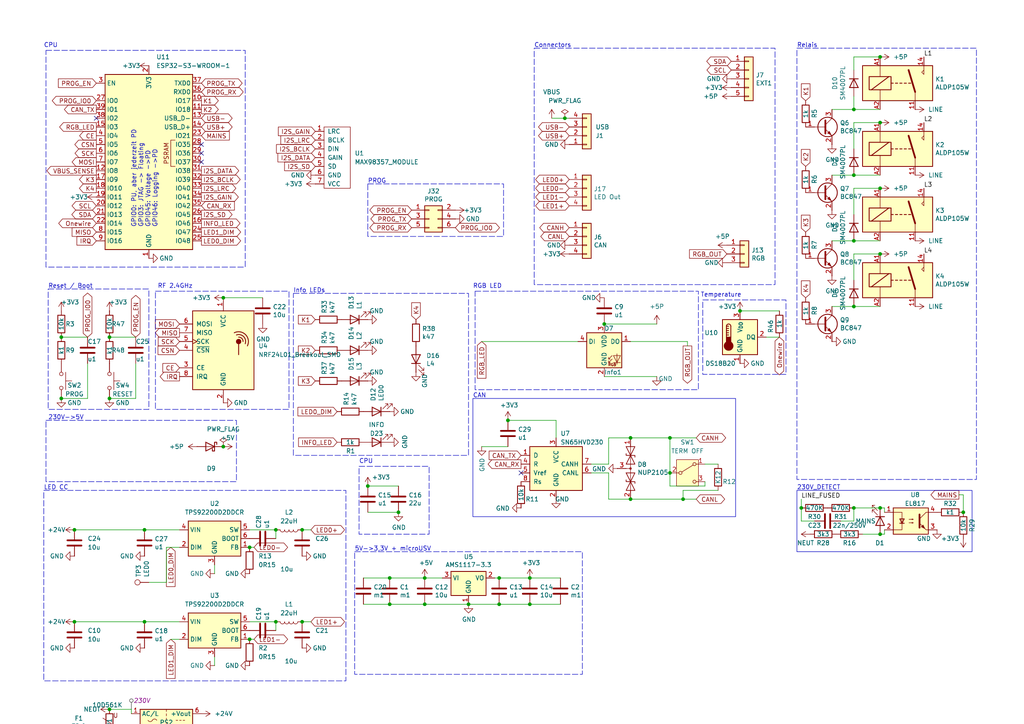
<source format=kicad_sch>
(kicad_sch (version 20250114) (generator "eeschema") (generator_version "9.0")
  (paper "A4")
  (rectangle (start 231.14 13.97) (end 283.21 139.065) (stroke (width 0) (type dash)))
  (rectangle (start 13.335 14.605) (end 71.12 77.47) (stroke (width 0) (type dash)))
  (rectangle (start 12.7 142.24) (end 100.33 197.485) (stroke (width 0) (type dash)))
  (rectangle (start 106.68 53.34) (end 146.05 68.58) (stroke (width 0) (type dash)))
  (rectangle (start 13.97 83.82) (end 43.18 118.745) (stroke (width 0) (type dash)))
  (rectangle (start 154.94 13.97) (end 224.79 82.55) (stroke (width 0) (type dash)))
  (rectangle (start 231.14 142.24) (end 281.94 160.02))
  (rectangle (start 102.87 160.02) (end 168.91 195.58) (stroke (width 0) (type dash)))
  (rectangle (start 104.14 135.255) (end 124.46 154.94) (stroke (width 0) (type dash)))
  (rectangle (start 13.335 121.92) (end 68.58 139.7) (stroke (width 0) (type dash)))
  (rectangle (start 205.105 86.995) (end 205.105 86.995))
  (rectangle (start 203.835 86.995) (end 227.965 108.585) (stroke (width 0) (type dash)))
  (rectangle (start 137.795 84.455) (end 202.565 113.03) (stroke (width 0) (type dash)))
  (rectangle (start 85.09 85.09) (end 135.89 132.08) (stroke (width 0) (type dash)))
  (rectangle (start 45.085 84.455) (end 83.82 118.745) (stroke (width 0) (type dash)))
  (rectangle (start 137.16 115.57) (end 213.36 149.86))
  (text "230V->5V" (at 13.97 121.92 0) (effects (font (size 1.27 1.27)) (justify left bottom)))
  (text "Relais" (at 231.14 13.97 0) (effects (font (size 1.27 1.27)) (justify left bottom)))
  (text "CPU" (at 104.14 134.62 0) (effects (font (size 1.27 1.27)) (justify left bottom)))
  (text "Temperature" (at 203.2 86.36 0) (effects (font (size 1.27 1.27)) (justify left bottom)))
  (text "LED CC" (at 12.7 142.24 0) (effects (font (size 1.27 1.27)) (justify left bottom)))
  (text "PSU" (at 297.815 12.7 0) (effects (font (size 1.27 1.27)) (justify left bottom)))
  (text "RF 2.4GHz" (at 45.72 83.82 0) (effects (font (size 1.27 1.27)) (justify left bottom)))
  (text "Connectors" (at 154.94 13.97 0) (effects (font (size 1.27 1.27)) (justify left bottom)))
  (text "CAN" (at 137.16 115.57 0) (effects (font (size 1.27 1.27)) (justify left bottom)))
  (text "230V_DETECT" (at 231.14 142.24 0) (effects (font (size 1.27 1.27)) (justify left bottom)))
  (text "Info LEDs" (at 85.09 85.09 0) (effects (font (size 1.27 1.27)) (justify left bottom)))
  (text "Reset / Boot" (at 13.97 83.82 0) (effects (font (size 1.27 1.27)) (justify left bottom)))
  (text "RGB LED" (at 137.16 83.82 0) (effects (font (size 1.27 1.27)) (justify left bottom)))
  (text "PROG" (at 106.68 53.34 0) (effects (font (size 1.27 1.27)) (justify left bottom)))
  (text "CPU" (at 12.7 13.97 0) (effects (font (size 1.27 1.27)) (justify left bottom)))
  (text "5V->3,3V + microUSV" (at 102.87 160.02 0) (effects (font (size 1.27 1.27)) (justify left bottom)))
  (text "GPIO0: PU, aber jederzeit PD\nGPIO3: JTAG -> Floating\nGPIO45: Voltage ->PD\nGPIO46: Logging ->PD" (at 45.72 66.04 90) (effects (font (size 1.27 1.27)) (justify left bottom)))
  (junction (at 72.39 185.42))
  (junction (at 80.01 180.34))
  (junction (at 370.84 36.83))
  (junction (at 41.91 153.67))
  (junction (at 153.67 167.64))
  (junction (at 255.27 54.61))
  (junction (at 72.39 158.75))
  (junction (at 247.65 147.32))
  (junction (at 255.27 16.51))
  (junction (at 87.63 180.34))
  (junction (at 247.65 50.8))
  (junction (at 370.84 29.21))
  (junction (at 147.32 121.92))
  (junction (at 41.91 180.34))
  (junction (at 153.67 175.26))
  (junction (at 113.03 175.26))
  (junction (at 247.65 69.85))
  (junction (at 198.12 144.78))
  (junction (at 255.27 154.94))
  (junction (at 115.57 148.59))
  (junction (at 64.77 129.54))
  (junction (at 255.27 35.56))
  (junction (at 31.75 213.36))
  (junction (at 309.88 31.75))
  (junction (at 363.22 29.21))
  (junction (at 350.52 29.21))
  (junction (at 17.78 97.79))
  (junction (at 279.4 148.59))
  (junction (at 327.66 44.45))
  (junction (at 123.19 167.64))
  (junction (at 123.19 175.26))
  (junction (at 113.03 167.64))
  (junction (at 363.22 36.83))
  (junction (at 255.27 147.32))
  (junction (at 247.65 31.75))
  (junction (at 17.78 115.57))
  (junction (at 214.63 90.17))
  (junction (at 73.66 237.49))
  (junction (at 76.2 243.84))
  (junction (at 21.59 180.34))
  (junction (at 384.81 29.21))
  (junction (at 309.88 44.45))
  (junction (at 163.83 34.29))
  (junction (at 87.63 153.67))
  (junction (at 80.01 153.67))
  (junction (at 175.26 93.98))
  (junction (at 31.75 205.74))
  (junction (at 31.75 115.57))
  (junction (at 255.27 73.66))
  (junction (at 370.84 52.07))
  (junction (at 194.31 127))
  (junction (at 144.78 175.26))
  (junction (at 21.59 153.67))
  (junction (at 31.75 97.79))
  (junction (at 247.65 88.9))
  (junction (at 182.88 144.78))
  (junction (at 76.2 250.19))
  (junction (at 182.88 127))
  (junction (at 374.65 44.45))
  (junction (at 64.77 86.36))
  (junction (at 144.78 167.64))
  (junction (at 194.31 137.16))
  (junction (at 135.89 175.26))
  (junction (at 34.29 213.36))
  (junction (at 374.65 29.21))
  (junction (at 232.41 147.32))
  (junction (at 106.68 140.97))
  (no_connect (at 151.13 137.16))
  (no_connect (at 58.42 46.99))
  (no_connect (at 27.94 34.29))
  (no_connect (at 317.5 36.83))
  (no_connect (at 58.42 41.91))
  (no_connect (at 58.42 44.45))
  (wire (pts (xy 384.81 36.83) (xy 384.81 44.45)))
  (wire (pts (xy 205.74 245.11) (xy 217.17 245.11)))
  (wire (pts (xy 204.47 134.62) (xy 208.28 134.62)))
  (wire (pts (xy 73.66 243.84) (xy 76.2 243.84)))
  (wire (pts (xy 25.4 115.57) (xy 25.4 105.41)))
  (wire (pts (xy 250.19 154.94) (xy 255.27 154.94)))
  (wire (pts (xy 48.26 158.75) (xy 52.07 158.75)))
  (wire (pts (xy 160.02 34.29) (xy 163.83 34.29)))
  (wire (pts (xy 350.52 29.21) (xy 350.52 34.29)))
  (wire (pts (xy 26.67 213.36) (xy 31.75 213.36)))
  (wire (pts (xy 199.39 99.06) (xy 199.39 100.33)))
  (wire (pts (xy 123.19 175.26) (xy 135.89 175.26)))
  (wire (pts (xy 340.36 24.13) (xy 350.52 24.13)))
  (wire (pts (xy 72.39 180.34) (xy 80.01 180.34)))
  (wire (pts (xy 25.4 97.79) (xy 17.78 97.79)))
  (wire (pts (xy 73.66 237.49) (xy 76.2 237.49)))
  (wire (pts (xy 105.41 167.64) (xy 113.03 167.64)))
  (polyline (pts (xy 401.955 12.7) (xy 401.955 62.23)))
  (wire (pts (xy 72.39 158.75) (xy 73.66 158.75)))
  (wire (pts (xy 182.88 99.06) (xy 199.39 99.06)))
  (wire (pts (xy 113.03 175.26) (xy 123.19 175.26)))
  (wire (pts (xy 247.65 27.94) (xy 247.65 31.75)))
  (wire (pts (xy 304.8 44.45) (xy 309.88 44.45)))
  (wire (pts (xy 222.25 97.79) (xy 226.06 97.79)))
  (wire (pts (xy 374.65 52.07) (xy 374.65 44.45)))
  (wire (pts (xy 241.3 88.9) (xy 247.65 88.9)))
  (wire (pts (xy 163.83 34.29) (xy 165.1 34.29)))
  (wire (pts (xy 198.12 142.24) (xy 198.12 144.78)))
  (wire (pts (xy 21.59 153.67) (xy 41.91 153.67)))
  (wire (pts (xy 190.5 109.22) (xy 175.26 109.22)))
  (wire (pts (xy 212.09 241.3) (xy 217.17 241.3)))
  (wire (pts (xy 198.12 144.78) (xy 201.93 144.78)))
  (wire (pts (xy 113.03 167.64) (xy 123.19 167.64)))
  (wire (pts (xy 351.79 29.21) (xy 350.52 29.21)))
  (wire (pts (xy 247.65 73.66) (xy 247.65 81.28)))
  (wire (pts (xy 139.7 99.06) (xy 167.64 99.06)))
  (wire (pts (xy 359.41 29.21) (xy 363.22 29.21)))
  (wire (pts (xy 176.53 134.62) (xy 171.45 134.62)))
  (wire (pts (xy 194.31 127) (xy 201.93 127)))
  (wire (pts (xy 217.17 231.14) (xy 217.17 233.68)))
  (wire (pts (xy 17.78 115.57) (xy 25.4 115.57)))
  (wire (pts (xy 212.09 222.25) (xy 212.09 241.3)))
  (wire (pts (xy 31.75 213.36) (xy 34.29 213.36)))
  (wire (pts (xy 176.53 144.78) (xy 182.88 144.78)))
  (wire (pts (xy 208.28 142.24) (xy 198.12 142.24)))
  (wire (pts (xy 247.65 151.13) (xy 243.84 151.13)))
  (wire (pts (xy 217.17 252.73) (xy 217.17 255.27)))
  (wire (pts (xy 247.65 73.66) (xy 255.27 73.66)))
  (wire (pts (xy 161.29 127) (xy 161.29 121.92)))
  (wire (pts (xy 342.9 44.45) (xy 327.66 44.45)))
  (wire (pts (xy 171.45 137.16) (xy 176.53 137.16)))
  (wire (pts (xy 194.31 127) (xy 194.31 137.16)))
  (wire (pts (xy 217.17 247.65) (xy 217.17 250.19)))
  (wire (pts (xy 309.88 33.02) (xy 309.88 31.75)))
  (wire (pts (xy 374.65 29.21) (xy 384.81 29.21)))
  (wire (pts (xy 241.3 69.85) (xy 247.65 69.85)))
  (wire (pts (xy 255.27 31.75) (xy 247.65 31.75)))
  (wire (pts (xy 204.47 140.97) (xy 194.31 140.97)))
  (wire (pts (xy 302.26 217.17) (xy 304.8 217.17)))
  (polyline (pts (xy 297.815 12.7) (xy 401.955 12.7)))
  (wire (pts (xy 309.88 44.45) (xy 327.66 44.45)))
  (wire (pts (xy 43.18 168.91) (xy 48.26 168.91)))
  (wire (pts (xy 255.27 154.94) (xy 256.54 154.94)))
  (wire (pts (xy 232.41 144.78) (xy 232.41 147.32)))
  (wire (pts (xy 327.66 44.45) (xy 327.66 41.91)))
  (wire (pts (xy 370.84 52.07) (xy 374.65 52.07)))
  (wire (pts (xy 210.82 262.89) (xy 217.17 262.89)))
  (wire (pts (xy 247.65 147.32) (xy 247.65 151.13)))
  (wire (pts (xy 38.1 212.09) (xy 38.1 213.36)))
  (wire (pts (xy 205.74 227.33) (xy 205.74 245.11)))
  (wire (pts (xy 247.65 62.23) (xy 247.65 54.61)))
  (wire (pts (xy 144.78 175.26) (xy 153.67 175.26)))
  (wire (pts (xy 247.65 54.61) (xy 255.27 54.61)))
  (wire (pts (xy 144.78 167.64) (xy 153.67 167.64)))
  (wire (pts (xy 144.78 167.64) (xy 143.51 167.64)))
  (wire (pts (xy 105.41 175.26) (xy 113.03 175.26)))
  (wire (pts (xy 87.63 153.67) (xy 90.17 153.67)))
  (wire (pts (xy 309.88 31.75) (xy 309.88 30.48)))
  (wire (pts (xy 182.88 144.78) (xy 198.12 144.78)))
  (wire (pts (xy 176.53 137.16) (xy 176.53 144.78)))
  (wire (pts (xy 255.27 147.32) (xy 256.54 147.32)))
  (wire (pts (xy 232.41 151.13) (xy 236.22 151.13)))
  (wire (pts (xy 210.82 224.79) (xy 210.82 262.89)))
  (wire (pts (xy 247.65 31.75) (xy 241.3 31.75)))
  (polyline (pts (xy 297.815 12.7) (xy 297.815 62.23)))
  (wire (pts (xy 21.59 180.34) (xy 41.91 180.34)))
  (wire (pts (xy 247.65 88.9) (xy 255.27 88.9)))
  (wire (pts (xy 153.67 167.64) (xy 162.56 167.64)))
  (wire (pts (xy 309.88 31.75) (xy 317.5 31.75)))
  (wire (pts (xy 337.82 36.83) (xy 363.22 36.83)))
  (wire (pts (xy 38.1 207.01) (xy 38.1 205.74)))
  (wire (pts (xy 34.29 213.36) (xy 38.1 213.36)))
  (wire (pts (xy 217.17 236.22) (xy 217.17 238.76)))
  (polyline (pts (xy 401.955 62.23) (xy 297.815 62.23)))
  (wire (pts (xy 256.54 154.94) (xy 256.54 153.67)))
  (wire (pts (xy 340.36 31.75) (xy 337.82 31.75)))
  (wire (pts (xy 370.84 52.07) (xy 342.9 52.07)))
  (wire (pts (xy 232.41 151.13) (xy 232.41 147.32)))
  (wire (pts (xy 247.65 20.32) (xy 247.65 16.51)))
  (wire (pts (xy 247.65 147.32) (xy 255.27 147.32)))
  (wire (pts (xy 72.39 185.42) (xy 73.66 185.42)))
  (wire (pts (xy 80.01 180.34) (xy 80.01 182.88)))
  (wire (pts (xy 62.23 190.5) (xy 62.23 193.04)))
  (wire (pts (xy 87.63 180.34) (xy 90.17 180.34)))
  (wire (pts (xy 304.8 31.75) (xy 309.88 31.75)))
  (wire (pts (xy 337.82 34.29) (xy 350.52 34.29)))
  (wire (pts (xy 217.17 219.71) (xy 217.17 218.44)))
  (wire (pts (xy 190.5 93.98) (xy 175.26 93.98)))
  (wire (pts (xy 49.53 185.42) (xy 52.07 185.42)))
  (wire (pts (xy 217.17 257.81) (xy 217.17 260.35)))
  (wire (pts (xy 217.17 220.98) (xy 217.17 223.52)))
  (wire (pts (xy 182.88 127) (xy 194.31 127)))
  (wire (pts (xy 279.4 143.51) (xy 279.4 148.59)))
  (wire (pts (xy 62.23 163.83) (xy 62.23 166.37)))
  (wire (pts (xy 137.16 251.46) (xy 139.7 251.46)))
  (wire (pts (xy 363.22 36.83) (xy 370.84 36.83)))
  (wire (pts (xy 31.75 205.74) (xy 38.1 205.74)))
  (wire (pts (xy 128.27 167.64) (xy 123.19 167.64)))
  (wire (pts (xy 214.63 90.17) (xy 226.06 90.17)))
  (wire (pts (xy 135.89 236.22) (xy 138.43 236.22)))
  (wire (pts (xy 182.88 127) (xy 176.53 127)))
  (wire (pts (xy 72.39 153.67) (xy 80.01 153.67)))
  (wire (pts (xy 374.65 36.83) (xy 374.65 44.45)))
  (wire (pts (xy 217.17 226.06) (xy 217.17 228.6)))
  (wire (pts (xy 41.91 180.34) (xy 52.07 180.34)))
  (wire (pts (xy 241.3 50.8) (xy 247.65 50.8)))
  (wire (pts (xy 204.47 139.7) (xy 204.47 140.97)))
  (wire (pts (xy 106.68 148.59) (xy 115.57 148.59)))
  (wire (pts (xy 247.65 50.8) (xy 255.27 50.8)))
  (wire (pts (xy 176.53 127) (xy 176.53 134.62)))
  (wire (pts (xy 363.22 29.21) (xy 370.84 29.21)))
  (wire (pts (xy 48.26 168.91) (xy 48.26 158.75)))
  (wire (pts (xy 135.89 175.26) (xy 144.78 175.26)))
  (wire (pts (xy 194.31 137.16) (xy 194.31 140.97)))
  (wire (pts (xy 153.67 175.26) (xy 162.56 175.26)))
  (wire (pts (xy 31.75 115.57) (xy 39.37 115.57)))
  (wire (pts (xy 309.88 40.64) (xy 309.88 44.45)))
  (wire (pts (xy 41.91 153.67) (xy 52.07 153.67)))
  (wire (pts (xy 39.37 97.79) (xy 31.75 97.79)))
  (wire (pts (xy 247.65 35.56) (xy 255.27 35.56)))
  (wire (pts (xy 304.8 40.64) (xy 304.8 44.45)))
  (wire (pts (xy 279.4 143.51) (xy 278.13 143.51)))
  (wire (pts (xy 370.84 29.21) (xy 374.65 29.21)))
  (wire (pts (xy 256.54 147.32) (xy 256.54 148.59)))
  (wire (pts (xy 76.2 86.36) (xy 64.77 86.36)))
  (wire (pts (xy 39.37 115.57) (xy 39.37 105.41)))
  (wire (pts (xy 384.81 44.45) (xy 374.65 44.45)))
  (wire (pts (xy 80.01 156.21) (xy 80.01 153.67)))
  (wire (pts (xy 205.74 219.71) (xy 217.17 219.71)))
  (wire (pts (xy 147.32 121.92) (xy 161.29 121.92)))
  (wire (pts (xy 205.74 224.79) (xy 210.82 224.79)))
  (wire (pts (xy 255.27 16.51) (xy 247.65 16.51)))
  (wire (pts (xy 247.65 43.18) (xy 247.65 35.56)))
  (wire (pts (xy 17.78 213.36) (xy 19.05 213.36)))
  (wire (pts (xy 327.66 44.45) (xy 327.66 48.26)))
  (wire (pts (xy 342.9 52.07) (xy 342.9 44.45)))
  (wire (pts (xy 247.65 69.85) (xy 255.27 69.85)))
  (wire (pts (xy 350.52 24.13) (xy 350.52 29.21)))
  (wire (pts (xy 106.68 140.97) (xy 115.57 140.97)))
  (wire (pts (xy 205.74 222.25) (xy 212.09 222.25)))
  (wire (pts (xy 304.8 33.02) (xy 304.8 31.75)))
  (wire (pts (xy 147.32 129.54) (xy 139.7 129.54)))
  (label "BOOT" (at 340.36 31.75 0))
  (label "L1" (at 102.87 237.49 180))
  (label "SW" (at 344.17 34.29 0))
  (label "L3" (at 102.87 250.19 180))
  (label "LINE_FUSED" (at 232.41 144.78 0))
  (label "L1" (at 267.97 16.51 0))
  (label "L4" (at 102.87 256.54 180))
  (label "L3" (at 267.97 54.61 0))
  (label "L4" (at 267.97 73.66 0))
  (label "LINE_FUSED" (at 29.21 213.36 270))
  (label "L2" (at 102.87 243.84 180))
  (label "L2" (at 267.97 35.56 0))
  (label "FB" (at 339.09 36.83 0))
  (global_label "I2S_GAIN" (shape input) (at 91.44 38.1 180) (property "Intersheetrefs" "${INTERSHEET_REFS}" (effects (hide yes))))
  (global_label "PROG_IO0" (shape bidirectional) (at 132.08 66.04 0) (property "Intersheetrefs" "${INTERSHEET_REFS}" (effects (hide yes))))
  (global_label "PROG_IO0" (shape bidirectional) (at 25.4 97.79 90) (property "Intersheetrefs" "${INTERSHEET_REFS}" (effects (hide yes))))
  (global_label "LED1+" (shape bidirectional) (at 90.17 180.34 0) (property "Intersheetrefs" "${INTERSHEET_REFS}" (effects (hide yes))))
  (global_label "CANL" (shape bidirectional) (at 165.1 68.58 180) (property "Intersheetrefs" "${INTERSHEET_REFS}" (effects (hide yes))))
  (global_label "SCL" (shape bidirectional) (at 292.1 228.6 0) (property "Intersheetrefs" "${INTERSHEET_REFS}" (effects (hide yes))))
  (global_label "I2S_SD" (shape output) (at 58.42 62.23 0) (property "Intersheetrefs" "${INTERSHEET_REFS}" (effects (hide yes))))
  (global_label "RGB_OUT" (shape output) (at 199.39 100.33 270) (property "Intersheetrefs" "${INTERSHEET_REFS}" (effects (hide yes))))
  (global_label "MOSI" (shape input) (at 52.07 93.98 180) (property "Intersheetrefs" "${INTERSHEET_REFS}" (effects (hide yes))))
  (global_label "PROG_EN" (shape input) (at 27.94 24.13 180) (property "Intersheetrefs" "${INTERSHEET_REFS}" (effects (hide yes))))
  (global_label "IRQ" (shape input) (at 27.94 69.85 180) (property "Intersheetrefs" "${INTERSHEET_REFS}" (effects (hide yes))))
  (global_label "LED1+" (shape bidirectional) (at 189.23 227.33 180) (property "Intersheetrefs" "${INTERSHEET_REFS}" (effects (hide yes))))
  (global_label "INFO_LED" (shape input) (at 97.79 128.27 180) (property "Intersheetrefs" "${INTERSHEET_REFS}" (effects (hide yes))))
  (global_label "IRQ" (shape output) (at 52.07 109.22 180) (property "Intersheetrefs" "${INTERSHEET_REFS}" (effects (hide yes))))
  (global_label "Onewire" (shape bidirectional) (at 226.06 97.79 270) (property "Intersheetrefs" "${INTERSHEET_REFS}" (effects (hide yes))))
  (global_label "CANH" (shape bidirectional) (at 201.93 127 0) (property "Intersheetrefs" "${INTERSHEET_REFS}" (effects (hide yes))))
  (global_label "USB-" (shape bidirectional) (at 58.42 34.29 0) (property "Intersheetrefs" "${INTERSHEET_REFS}" (effects (hide yes))))
  (global_label "CE" (shape input) (at 52.07 106.68 180) (property "Intersheetrefs" "${INTERSHEET_REFS}" (effects (hide yes))))
  (global_label "VBUS_SENSE" (shape output) (at 27.94 49.53 180) (property "Intersheetrefs" "${INTERSHEET_REFS}" (effects (hide yes))))
  (global_label "CANH" (shape bidirectional) (at 165.1 66.04 180) (property "Intersheetrefs" "${INTERSHEET_REFS}" (effects (hide yes))))
  (global_label "LED0+" (shape bidirectional) (at 189.23 219.71 180) (property "Intersheetrefs" "${INTERSHEET_REFS}" (effects (hide yes))))
  (global_label "PROG_RX" (shape bidirectional) (at 119.38 66.04 180) (property "Intersheetrefs" "${INTERSHEET_REFS}" (effects (hide yes))))
  (global_label "SDA" (shape bidirectional) (at 27.94 62.23 180) (property "Intersheetrefs" "${INTERSHEET_REFS}" (effects (hide yes))))
  (global_label "I2S_LRC" (shape output) (at 58.42 54.61 0) (property "Intersheetrefs" "${INTERSHEET_REFS}" (effects (hide yes))))
  (global_label "I2S_DATA" (shape output) (at 58.42 49.53 0) (property "Intersheetrefs" "${INTERSHEET_REFS}" (effects (hide yes))))
  (global_label "USB+" (shape bidirectional) (at 58.42 36.83 0) (property "Intersheetrefs" "${INTERSHEET_REFS}" (effects (hide yes))))
  (global_label "K2" (shape output) (at 58.42 31.75 0) (property "Intersheetrefs" "${INTERSHEET_REFS}" (effects (hide yes))))
  (global_label "LED1-" (shape bidirectional) (at 165.1 57.15 180) (property "Intersheetrefs" "${INTERSHEET_REFS}" (effects (hide yes))))
  (global_label "I2S_BCLK" (shape output) (at 58.42 52.07 0) (property "Intersheetrefs" "${INTERSHEET_REFS}" (effects (hide yes))))
  (global_label "SCK" (shape output) (at 27.94 44.45 180) (property "Intersheetrefs" "${INTERSHEET_REFS}" (effects (hide yes))))
  (global_label "CANL" (shape bidirectional) (at 201.93 144.78 0) (property "Intersheetrefs" "${INTERSHEET_REFS}" (effects (hide yes))))
  (global_label "K4" (shape input) (at 233.68 86.36 90) (property "Intersheetrefs" "${INTERSHEET_REFS}" (effects (hide yes))))
  (global_label "PROG_RX" (shape bidirectional) (at 58.42 26.67 0) (property "Intersheetrefs" "${INTERSHEET_REFS}" (effects (hide yes))))
  (global_label "USB-" (shape bidirectional) (at 165.1 36.83 180) (property "Intersheetrefs" "${INTERSHEET_REFS}" (effects (hide yes))))
  (global_label "SCL" (shape bidirectional) (at 212.09 20.32 180) (property "Intersheetrefs" "${INTERSHEET_REFS}" (effects (hide yes))))
  (global_label "LED0+" (shape bidirectional) (at 165.1 52.07 180) (property "Intersheetrefs" "${INTERSHEET_REFS}" (effects (hide yes))))
  (global_label "PROG_IO0" (shape bidirectional) (at 27.94 29.21 180) (property "Intersheetrefs" "${INTERSHEET_REFS}" (effects (hide yes))))
  (global_label "LED1_DIM" (shape output) (at 58.42 67.31 0) (property "Intersheetrefs" "${INTERSHEET_REFS}" (effects (hide yes))))
  (global_label "K1" (shape input) (at 233.68 29.21 90) (property "Intersheetrefs" "${INTERSHEET_REFS}" (effects (hide yes))))
  (global_label "I2S_GAIN" (shape output) (at 58.42 57.15 0) (property "Intersheetrefs" "${INTERSHEET_REFS}" (effects (hide yes))))
  (global_label "LED0_DIM" (shape output) (at 58.42 69.85 0) (property "Intersheetrefs" "${INTERSHEET_REFS}" (effects (hide yes))))
  (global_label "CSN" (shape input) (at 52.07 101.6 180) (property "Intersheetrefs" "${INTERSHEET_REFS}" (effects (hide yes))))
  (global_label "I2S_BCLK" (shape input) (at 91.44 43.18 180) (property "Intersheetrefs" "${INTERSHEET_REFS}" (effects (hide yes))))
  (global_label "PROG_EN" (shape bidirectional) (at 119.38 60.96 180) (property "Intersheetrefs" "${INTERSHEET_REFS}" (effects (hide yes))))
  (global_label "K4" (shape input) (at 120.65 92.71 90) (property "Intersheetrefs" "${INTERSHEET_REFS}" (effects (hide yes))))
  (global_label "SDA" (shape bidirectional) (at 292.1 223.52 0) (property "Intersheetrefs" "${INTERSHEET_REFS}" (effects (hide yes))))
  (global_label "MOSI" (shape output) (at 27.94 46.99 180) (property "Intersheetrefs" "${INTERSHEET_REFS}" (effects (hide yes))))
  (global_label "CAN_RX" (shape output) (at 151.13 134.62 180) (property "Intersheetrefs" "${INTERSHEET_REFS}" (effects (hide yes))))
  (global_label "USB+" (shape bidirectional) (at 165.1 39.37 180) (property "Intersheetrefs" "${INTERSHEET_REFS}" (effects (hide yes))))
  (global_label "I2S_SD" (shape input) (at 91.44 48.26 180) (property "Intersheetrefs" "${INTERSHEET_REFS}" (effects (hide yes))))
  (global_label "K2" (shape input) (at 233.68 48.26 90) (property "Intersheetrefs" "${INTERSHEET_REFS}" (effects (hide yes))))
  (global_label "MISO" (shape input) (at 27.94 67.31 180) (property "Intersheetrefs" "${INTERSHEET_REFS}" (effects (hide yes))))
  (global_label "MAINS" (shape input) (at 58.42 39.37 0) (property "Intersheetrefs" "${INTERSHEET_REFS}" (effects (hide yes))))
  (global_label "Onewire" (shape bidirectional) (at 27.94 64.77 180) (property "Intersheetrefs" "${INTERSHEET_REFS}" (effects (hide yes))))
  (global_label "PROG_TX" (shape bidirectional) (at 58.42 24.13 0) (property "Intersheetrefs" "${INTERSHEET_REFS}" (effects (hide yes))))
  (global_label "CE" (shape output) (at 27.94 39.37 180) (property "Intersheetrefs" "${INTERSHEET_REFS}" (effects (hide yes))))
  (global_label "MISO" (shape output) (at 52.07 96.52 180) (property "Intersheetrefs" "${INTERSHEET_REFS}" (effects (hide yes))))
  (global_label "LED0_DIM" (shape input) (at 49.53 158.75 270) (property "Intersheetrefs" "${INTERSHEET_REFS}" (effects (hide yes))))
  (global_label "CSN" (shape output) (at 27.94 41.91 180) (property "Intersheetrefs" "${INTERSHEET_REFS}" (effects (hide yes))))
  (global_label "K2" (shape input) (at 91.44 101.6 180) (property "Intersheetrefs" "${INTERSHEET_REFS}" (effects (hide yes))))
  (global_label "K3" (shape output) (at 27.94 52.07 180) (property "Intersheetrefs" "${INTERSHEET_REFS}" (effects (hide yes))))
  (global_label "I2S_DATA" (shape input) (at 91.44 45.72 180) (property "Intersheetrefs" "${INTERSHEET_REFS}" (effects (hide yes))))
  (global_label "RGB_OUT" (shape input) (at 210.82 73.66 180) (property "Intersheetrefs" "${INTERSHEET_REFS}" (effects (hide yes))))
  (global_label "LED1-" (shape bidirectional) (at 189.23 224.79 180) (property "Intersheetrefs" "${INTERSHEET_REFS}" (effects (hide yes))))
  (global_label "SDA" (shape bidirectional) (at 212.09 17.78 180) (property "Intersheetrefs" "${INTERSHEET_REFS}" (effects (hide yes))))
  (global_label "RGB_LED" (shape input) (at 139.7 99.06 270) (property "Intersheetrefs" "${INTERSHEET_REFS}" (effects (hide yes))))
  (global_label "LED1-" (shape bidirectional) (at 73.66 185.42 0) (property "Intersheetrefs" "${INTERSHEET_REFS}" (effects (hide yes))))
  (global_label "K3" (shape input) (at 233.68 67.31 90) (property "Intersheetrefs" "${INTERSHEET_REFS}" (effects (hide yes))))
  (global_label "I2S_LRC" (shape input) (at 91.44 40.64 180) (property "Intersheetrefs" "${INTERSHEET_REFS}" (effects (hide yes))))
  (global_label "K4" (shape output) (at 27.94 54.61 180) (property "Intersheetrefs" "${INTERSHEET_REFS}" (effects (hide yes))))
  (global_label "K3" (shape input) (at 91.44 110.49 180) (property "Intersheetrefs" "${INTERSHEET_REFS}" (effects (hide yes))))
  (global_label "LED0-" (shape bidirectional) (at 73.66 158.75 0) (property "Intersheetrefs" "${INTERSHEET_REFS}" (effects (hide yes))))
  (global_label "INFO_LED" (shape output) (at 58.42 64.77 0) (property "Intersheetrefs" "${INTERSHEET_REFS}" (effects (hide yes))))
  (global_label "MAINS" (shape output) (at 278.13 143.51 180) (property "Intersheetrefs" "${INTERSHEET_REFS}" (effects (hide yes))))
  (global_label "K1" (shape output) (at 58.42 29.21 0) (property "Intersheetrefs" "${INTERSHEET_REFS}" (effects (hide yes))))
  (global_label "RGB_LED" (shape output) (at 27.94 36.83 180) (property "Intersheetrefs" "${INTERSHEET_REFS}" (effects (hide yes))))
  (global_label "LED0_DIM" (shape input) (at 97.79 119.38 180) (property "Intersheetrefs" "${INTERSHEET_REFS}" (effects (hide yes))))
  (global_label "LED1_DIM" (shape input) (at 49.53 185.42 270) (property "Intersheetrefs" "${INTERSHEET_REFS}" (effects (hide yes))))
  (global_label "CAN_TX" (shape input) (at 151.13 132.08 180) (property "Intersheetrefs" "${INTERSHEET_REFS}" (effects (hide yes))))
  (global_label "VBUS_SENSE" (shape output) (at 303.53 217.17 270) (property "Intersheetrefs" "${INTERSHEET_REFS}" (effects (hide yes))))
  (global_label "PROG_TX" (shape bidirectional) (at 119.38 63.5 180) (property "Intersheetrefs" "${INTERSHEET_REFS}" (effects (hide yes))))
  (global_label "SCK" (shape input) (at 52.07 99.06 180) (property "Intersheetrefs" "${INTERSHEET_REFS}" (effects (hide yes))))
  (global_label "CAN_RX" (shape input) (at 58.42 59.69 0) (property "Intersheetrefs" "${INTERSHEET_REFS}" (effects (hide yes))))
  (global_label "LED1+" (shape bidirectional) (at 165.1 59.69 180) (property "Intersheetrefs" "${INTERSHEET_REFS}" (effects (hide yes))))
  (global_label "PROG_EN" (shape bidirectional) (at 39.37 97.79 90) (property "Intersheetrefs" "${INTERSHEET_REFS}" (effects (hide yes))))
  (global_label "CAN_TX" (shape output) (at 27.94 31.75 180) (property "Intersheetrefs" "${INTERSHEET_REFS}" (effects (hide yes))))
  (global_label "LED0+" (shape bidirectional) (at 90.17 153.67 0) (property "Intersheetrefs" "${INTERSHEET_REFS}" (effects (hide yes))))
  (global_label "SCL" (shape bidirectional) (at 27.94 59.69 180) (property "Intersheetrefs" "${INTERSHEET_REFS}" (effects (hide yes))))
  (global_label "K1" (shape input) (at 91.44 92.71 180) (property "Intersheetrefs" "${INTERSHEET_REFS}" (effects (hide yes))))
  (global_label "LED0-" (shape bidirectional) (at 165.1 54.61 180) (property "Intersheetrefs" "${INTERSHEET_REFS}" (effects (hide yes))))
  (global_label "LED0-" (shape bidirectional) (at 189.23 222.25 180) (property "Intersheetrefs" "${INTERSHEET_REFS}" (effects (hide yes))))
  (netclass_flag "" (length 2.54) (shape round) (at 320.04 223.52 0) (property "Netclass" "230V" (at 320.6496 220.98 0) (effects (font (italic yes)) (justify left))))
  (netclass_flag "" (length 2.54) (shape round) (at 74.93 243.84 0) (property "Netclass" "230V" (at 75.5396 241.3 0) (effects (font (italic yes)) (justify left))))
  (netclass_flag "" (length 2.54) (shape round) (at 137.16 236.22 0) (property "Netclass" "230V" (at 137.7696 233.68 0) (effects (font (italic yes)) (justify left))))
  (netclass_flag "" (length 2.54) (shape round) (at 19.05 213.36 180) (property "Netclass" "230V" (at 19.6596 215.9 0) (effects (font (italic yes)) (justify left))))
  (netclass_flag "" (length 2.54) (shape round) (at 38.1 213.36 180) (property "Netclass" "230V" (at 38.7096 215.9 0) (effects (font (italic yes)) (justify left))))
  (netclass_flag "" (length 2.54) (shape round) (at 74.93 237.49 0) (property "Netclass" "230V" (at 75.5396 234.95 0) (effects (font (italic yes)) (justify left))))
  (netclass_flag "" (length 2.54) (shape round) (at 102.87 256.54 0) (property "Netclass" "230V" (at 103.4796 254 0) (effects (font (italic yes)) (justify left))))
  (netclass_flag "" (length 2.54) (shape round) (at 139.7 257.81 0) (property "Netclass" "230V" (at 140.3096 255.27 0) (effects (font (italic yes)) (justify left))))
  (netclass_flag "" (length 2.54) (shape round) (at 76.2 250.19 0) (property "Netclass" "230V" (at 76.8096 247.65 0) (effects (font (italic yes)) (justify left))))
  (netclass_flag "" (length 2.54) (shape round) (at 102.87 250.19 0) (property "Netclass" "230V" (at 103.4796 247.65 0) (effects (font (italic yes)) (justify left))))
  (netclass_flag "" (length 2.54) (shape round) (at 102.87 237.49 0) (property "Netclass" "230V" (at 103.4796 234.95 0) (effects (font (italic yes)) (justify left))))
  (netclass_flag "" (length 2.54) (shape round) (at 138.43 242.57 0) (property "Netclass" "230V" (at 139.0396 240.03 0) (effects (font (italic yes)) (justify left))))
  (netclass_flag "" (length 2.54) (shape round) (at 102.87 243.84 0) (property "Netclass" "230V" (at 103.4796 241.3 0) (effects (font (italic yes)) (justify left))))
  (netclass_flag "" (length 2.54) (shape round) (at 138.43 251.46 0) (property "Netclass" "230V" (at 139.0396 248.92 0) (effects (font (italic yes)) (justify left))))
  (netclass_flag "" (length 2.54) (shape round) (at 38.1 205.74 0) (property "Netclass" "230V" (at 38.7096 203.2 0) (effects (font (italic yes)) (justify left))))
  (symbol (lib_id "power:+3V3") (at 153.67 167.64 0) (unit 1)
    (property "Reference" "#PWR08" (effects (hide yes)))
    (property "Value" "+3V3" (at 154.051 163.2458 0))
    (property "Description" "Power symbol creates a global label with name \"+3V3\"" (effects (hide yes)))
  )
  (symbol (lib_id "Relay:FINDER-32.21-x300") (at 260.35 43.18 0) (unit 1)
    (property "Reference" "K2" (at 271.272 42.0116 0) (effects (justify left)))
    (property "Value" "ALDP105W" (at 271.272 44.323 0) (effects (justify left)))
    (property "Footprint" "liebler_MECH:RELAY_ALDP105W" (effects (hide yes)))
    (property "Datasheet" "http://gfinder.findernet.com/assets/Series/355/S32EN.pdf" (effects (hide yes)))
  )
  (symbol (lib_id "Relay:FINDER-32.21-x300") (at 260.35 62.23 0) (unit 1)
    (property "Reference" "K3" (at 271.272 61.0616 0) (effects (justify left)))
    (property "Value" "ALDP105W" (at 271.272 63.373 0) (effects (justify left)))
    (property "Footprint" "liebler_MECH:RELAY_ALDP105W" (effects (hide yes)))
    (property "Datasheet" "http://gfinder.findernet.com/assets/Series/355/S32EN.pdf" (effects (hide yes)))
  )
  (symbol (lib_id "Relay:FINDER-32.21-x300") (at 260.35 81.28 0) (unit 1)
    (property "Reference" "K4" (at 271.272 80.1116 0) (effects (justify left)))
    (property "Value" "ALDP105W" (at 271.272 82.423 0) (effects (justify left)))
    (property "Footprint" "liebler_MECH:RELAY_ALDP105W" (effects (hide yes)))
    (property "Datasheet" "http://gfinder.findernet.com/assets/Series/355/S32EN.pdf" (effects (hide yes)))
  )
  (symbol (lib_id "Relay:FINDER-32.21-x300") (at 260.35 24.13 0) (unit 1)
    (property "Reference" "K1" (at 271.272 22.9616 0) (effects (justify left)))
    (property "Value" "ALDP105W" (at 271.272 25.273 0) (effects (justify left)))
    (property "Footprint" "liebler_MECH:RELAY_ALDP105W" (effects (hide yes)))
    (property "Datasheet" "http://gfinder.findernet.com/assets/Series/355/S32EN.pdf" (effects (hide yes)))
  )
  (symbol (lib_id "Device:R") (at 288.29 223.52 90) (unit 1)
    (property "Reference" "R25" (at 289.56 220.98 90) (effects (justify left)))
    (property "Value" "4k7" (at 289.56 223.52 90) (effects (justify left)))
    (property "Footprint" "Resistor_SMD:R_0805_2012Metric_Pad1.20x1.40mm_HandSolder" (effects (hide yes)))
  )
  (symbol (lib_id "Device:R") (at 288.29 228.6 90) (unit 1)
    (property "Reference" "R26" (at 289.56 226.06 90) (effects (justify left)))
    (property "Value" "4k7" (at 289.56 228.6 90) (effects (justify left)))
    (property "Footprint" "Resistor_SMD:R_0805_2012Metric_Pad1.20x1.40mm_HandSolder" (effects (hide yes)))
  )
  (symbol (lib_id "power:+3V3") (at 284.48 223.52 90) (unit 1)
    (property "Reference" "#PWR04" (effects (hide yes)))
    (property "Value" "+3V3" (at 279.4 223.52 90))
    (property "Description" "Power symbol creates a global label with name \"+3V3\"" (effects (hide yes)))
  )
  (symbol (lib_id "power:+3V3") (at 284.48 228.6 90) (unit 1)
    (property "Reference" "#PWR039" (effects (hide yes)))
    (property "Value" "+3V3" (at 279.4 228.6 90))
    (property "Description" "Power symbol creates a global label with name \"+3V3\"" (effects (hide yes)))
  )
  (symbol (lib_id "power:+3V3") (at 64.77 86.36 90) (unit 1)
    (property "Reference" "#PWR0109" (effects (hide yes)))
    (property "Value" "+3V3" (at 58.42 86.36 90))
    (property "Description" "Power symbol creates a global label with name \"+3V3\"" (effects (hide yes)))
  )
  (symbol (lib_id "power:GND") (at 64.77 116.84 90) (unit 1)
    (property "Reference" "#PWR0110" (effects (hide yes)))
    (property "Value" "GND" (at 69.85 116.84 90))
    (property "Description" "Power symbol creates a global label with name \"GND\" , ground" (effects (hide yes)))
  )
  (symbol (lib_id "Device:Fuse") (at 22.86 213.36 270) (unit 1)
    (property "Reference" "F1" (at 22.86 208.3562 90))
    (property "Value" "T2.0" (at 22.86 210.6676 90))
    (property "Footprint" "Fuse:Fuse_Littelfuse_372_D8.50mm" (effects (hide yes)))
  )
  (symbol (lib_id "Device:C") (at 123.19 171.45 0) (unit 1)
    (property "Reference" "C12" (at 126.111 170.2816 0) (effects (justify left)))
    (property "Value" "10u" (at 126.111 172.593 0) (effects (justify left)))
    (property "Footprint" "Capacitor_SMD:C_0805_2012Metric_Pad1.18x1.45mm_HandSolder" (effects (hide yes)))
    (property "JLCPCB" "C19702" (effects (hide yes)))
  )
  (symbol (lib_id "Device:C") (at 153.67 171.45 0) (unit 1)
    (property "Reference" "C14" (at 156.591 170.2816 0) (effects (justify left)))
    (property "Value" "10u" (at 156.591 172.593 0) (effects (justify left)))
    (property "Footprint" "Capacitor_SMD:C_0805_2012Metric_Pad1.18x1.45mm_HandSolder" (effects (hide yes)))
  )
  (symbol (lib_id "power:GND") (at 271.78 153.67 0) (unit 1)
    (property "Reference" "#PWR0114" (effects (hide yes)))
    (property "Value" "GND" (at 267.97 156.21 0))
    (property "Description" "Power symbol creates a global label with name \"GND\" , ground" (effects (hide yes)))
  )
  (symbol (lib_id "Device:R") (at 279.4 152.4 0) (unit 1)
    (property "Reference" "R29" (at 281.94 152.4 90))
    (property "Value" "10k" (at 279.4 152.4 90))
    (property "Footprint" "Resistor_SMD:R_0805_2012Metric_Pad1.20x1.40mm_HandSolder" (effects (hide yes)))
  )
  (symbol (lib_id "Device:C") (at 144.78 171.45 0) (unit 1)
    (property "Reference" "C13" (at 147.701 170.2816 0) (effects (justify left)))
    (property "Value" "u1" (at 147.701 172.593 0) (effects (justify left)))
    (property "Footprint" "Capacitor_SMD:C_0805_2012Metric_Pad1.18x1.45mm_HandSolder" (effects (hide yes)))
  )
  (symbol (lib_id "power:GND") (at 135.89 175.26 0) (unit 1)
    (property "Reference" "#PWR0102" (effects (hide yes)))
    (property "Value" "GND" (at 136.017 179.6542 0))
    (property "Description" "Power symbol creates a global label with name \"GND\" , ground" (effects (hide yes)))
  )
  (symbol (lib_id "power:+5V") (at 123.19 167.64 0) (unit 1)
    (property "Reference" "#PWR0103" (effects (hide yes)))
    (property "Value" "+5V" (at 123.571 163.2458 0))
    (property "Description" "Power symbol creates a global label with name \"+5V\"" (effects (hide yes)))
  )
  (symbol (lib_id "power:+3V3") (at 279.4 156.21 180) (unit 1)
    (property "Reference" "#PWR0115" (effects (hide yes)))
    (property "Value" "+3V3" (at 275.59 156.21 0))
    (property "Description" "Power symbol creates a global label with name \"+3V3\"" (effects (hide yes)))
  )
  (symbol (lib_id "Device:R") (at 275.59 148.59 90) (unit 1)
    (property "Reference" "R32" (at 275.59 146.05 90))
    (property "Value" "k1" (at 275.59 148.59 90))
    (property "Footprint" "Resistor_SMD:R_0805_2012Metric_Pad1.20x1.40mm_HandSolder" (effects (hide yes)))
  )
  (symbol (lib_id "Mechanical:MountingHole") (at 330.2 218.44 0) (unit 1)
    (property "Reference" "H3" (at 332.74 217.2716 0) (effects (justify left)))
    (property "Value" "H" (at 332.74 219.583 0) (effects (justify left)))
    (property "Footprint" "MountingHole:MountingHole_3.2mm_M3" (effects (hide yes)))
  )
  (symbol (lib_id "Mechanical:MountingHole") (at 330.2 228.6 0) (unit 1)
    (property "Reference" "H4" (at 332.74 227.4316 0) (effects (justify left)))
    (property "Value" "H" (at 332.74 229.743 0) (effects (justify left)))
    (property "Footprint" "MountingHole:MountingHole_3.2mm_M3" (effects (hide yes)))
  )
  (symbol (lib_id "Regulator_Linear:AMS1117-3.3") (at 135.89 167.64 0) (unit 1)
    (property "Reference" "U5" (at 135.89 161.4932 0))
    (property "Value" "AMS1117-3.3" (at 135.89 163.8046 0))
    (property "Footprint" "liebler_SEMICONDUCTORS:SOT-223-3_TabPin2_HANDSOLDER" (effects (hide yes)))
    (property "Datasheet" "http://www.advanced-monolithic.com/pdf/ds1117.pdf" (effects (hide yes)))
    (property "Description" "1A Low Dropout regulator, positive, 3.3V fixed output, SOT-223" (effects (hide yes)))
  )
  (symbol (lib_id "Device:R") (at 246.38 154.94 270) (unit 1)
    (property "Reference" "R16" (at 246.38 157.48 90))
    (property "Value" "3k3" (at 246.38 154.94 90))
    (property "Footprint" "Resistor_SMD:R_2512_6332Metric_Pad1.40x3.35mm_HandSolder" (effects (hide yes)))
  )
  (symbol (lib_id "Device:R") (at 238.76 154.94 270) (unit 1)
    (property "Reference" "R28" (at 238.76 157.48 90))
    (property "Value" "3k3" (at 238.76 154.94 90))
    (property "Footprint" "Resistor_SMD:R_2512_6332Metric_Pad1.40x3.35mm_HandSolder" (effects (hide yes)))
  )
  (symbol (lib_id "Device:R") (at 243.84 147.32 270) (unit 1)
    (property "Reference" "R31" (at 243.84 149.86 90))
    (property "Value" "470K" (at 243.84 147.32 90))
    (property "Footprint" "Resistor_SMD:R_2512_6332Metric_Pad1.40x3.35mm_HandSolder" (effects (hide yes)))
  )
  (symbol (lib_id "Device:R") (at 236.22 147.32 270) (unit 1)
    (property "Reference" "R30" (at 236.22 149.86 90))
    (property "Value" "470K" (at 236.22 147.32 90))
    (property "Footprint" "Resistor_SMD:R_2512_6332Metric_Pad1.40x3.35mm_HandSolder" (effects (hide yes)))
  )
  (symbol (lib_id "Device:C") (at 240.03 151.13 90) (unit 1)
    (property "Reference" "C23" (at 236.22 152.4 90))
    (property "Value" "22n/250V" (at 246.38 152.4 90))
    (property "Footprint" "Capacitor_THT:C_Rect_L11.0mm_W5.1mm_P10.00mm_MKT" (effects (hide yes)))
  )
  (symbol (lib_id "power:+3V3") (at 212.09 25.4 90) (unit 1)
    (property "Reference" "#PWR019" (effects (hide yes)))
    (property "Value" "+3V3" (at 207.01 25.4 90))
    (property "Description" "Power symbol creates a global label with name \"+3V3\"" (effects (hide yes)))
  )
  (symbol (lib_id "Connector_Generic:Conn_01x03") (at 215.9 73.66 0) (unit 1)
    (property "Reference" "J13" (at 217.932 72.5932 0) (effects (justify left)))
    (property "Value" "RGB" (at 217.932 74.9046 0) (effects (justify left)))
    (property "Footprint" "Connector_PinHeader_2.54mm:PinHeader_1x03_P2.54mm_Vertical" (effects (hide yes)))
  )
  (symbol (lib_id "Connector:TestPoint") (at 43.18 168.91 90) (unit 1)
    (property "Reference" "TP3" (at 40.1828 167.4368 0) (effects (justify left)))
    (property "Value" "LED0" (at 42.4942 167.4368 0) (effects (justify left)))
    (property "Footprint" "TestPoint:TestPoint_THTPad_D2.0mm_Drill1.0mm" (effects (hide yes)))
  )
  (symbol (lib_id "Device:Varistor") (at 31.75 209.55 180) (unit 1)
    (property "Reference" "RV1" (at 31.75 208.28 90) (effects (justify left)))
    (property "Value" "10D561K" (at 35.56 204.47 0) (effects (justify left)))
    (property "Footprint" "Varistor:RV_Disc_D12mm_W3.9mm_P7.5mm" (effects (hide yes)))
    (property "Description" "Voltage dependent resistor" (effects (hide yes)))
    (property "Sim.Name" "kicad_builtin_varistor" (effects (hide yes)))
    (property "Sim.Device" "SUBCKT" (effects (hide yes)))
    (property "Sim.Pins" "1=A 2=B" (effects (hide yes)))
    (property "Sim.Params" "threshold=1k" (effects (hide yes)))
    (property "Sim.Library" "${KICAD7_SYMBOL_DIR}/Simulation_SPICE.sp" (effects (hide yes)))
  )
  (symbol (lib_id "power:+5V") (at 64.77 129.54 270) (unit 1)
    (property "Reference" "#PWR037" (effects (hide yes)))
    (property "Value" "+5V" (at 66.04 127 90))
    (property "Description" "Power symbol creates a global label with name \"+5V\"" (effects (hide yes)))
  )
  (symbol (lib_id "Device:C") (at 105.41 171.45 0) (unit 1)
    (property "Reference" "C20" (at 108.331 170.2816 0) (effects (justify left)))
    (property "Value" "m1" (at 108.331 172.593 0) (effects (justify left)))
    (property "Footprint" "Capacitor_SMD:C_1206_3216Metric" (effects (hide yes)))
    (property "JLCPCB" "C15008" (effects (hide yes)))
  )
  (symbol (lib_id "Device:C") (at 76.2 90.17 0) (unit 1)
    (property "Reference" "C22" (at 79.121 89.0016 0) (effects (justify left)))
    (property "Value" "10u" (at 79.121 91.313 0) (effects (justify left)))
    (property "Footprint" "Capacitor_SMD:C_0805_2012Metric_Pad1.18x1.45mm_HandSolder" (effects (hide yes)))
  )
  (symbol (lib_id "power:GND") (at 76.2 93.98 0) (unit 1)
    (property "Reference" "#PWR031" (effects (hide yes)))
    (property "Value" "GND" (at 76.327 98.3742 0))
    (property "Description" "Power symbol creates a global label with name \"GND\" , ground" (effects (hide yes)))
  )
  (symbol (lib_id "Transistor_BJT:BC847") (at 238.76 36.83 0) (unit 1)
    (property "Reference" "Q6" (at 243.6114 35.6616 0) (effects (justify left)))
    (property "Value" "BC847" (at 243.6114 37.973 0) (effects (justify left)))
    (property "Footprint" "Package_TO_SOT_SMD:SOT-23_Handsoldering" (effects (hide yes)))
    (property "Datasheet" "http://www.infineon.com/dgdl/Infineon-BC847SERIES_BC848SERIES_BC849SERIES_BC850SERIES-DS-v01_01-en.pdf?fileId=db3a304314dca389011541d4630a1657" (effects (hide yes)))
    (property "Description" "0.1A Ic, 45V Vce, NPN Transistor, SOT-23" (effects (hide yes)))
    (property "JLCPCB" "C8512" (effects (hide yes)))
  )
  (symbol (lib_id "power:GND") (at 241.3 41.91 0) (unit 1)
    (property "Reference" "#PWR010" (effects (hide yes)))
    (property "Value" "GND" (at 241.427 46.3042 0))
    (property "Description" "Power symbol creates a global label with name \"GND\" , ground" (effects (hide yes)))
  )
  (symbol (lib_id "Device:R") (at 233.68 33.02 0) (unit 1)
    (property "Reference" "R5" (at 236.22 34.29 90) (effects (justify left)))
    (property "Value" "1k" (at 233.68 34.29 90) (effects (justify left)))
    (property "Footprint" "Resistor_SMD:R_0805_2012Metric_Pad1.20x1.40mm_HandSolder" (effects (hide yes)))
  )
  (symbol (lib_id "Transistor_BJT:BC847") (at 238.76 55.88 0) (unit 1)
    (property "Reference" "Q7" (at 243.6114 54.7116 0) (effects (justify left)))
    (property "Value" "BC847" (at 243.6114 57.023 0) (effects (justify left)))
    (property "Footprint" "Package_TO_SOT_SMD:SOT-23_Handsoldering" (effects (hide yes)))
    (property "Datasheet" "http://www.infineon.com/dgdl/Infineon-BC847SERIES_BC848SERIES_BC849SERIES_BC850SERIES-DS-v01_01-en.pdf?fileId=db3a304314dca389011541d4630a1657" (effects (hide yes)))
    (property "Description" "0.1A Ic, 45V Vce, NPN Transistor, SOT-23" (effects (hide yes)))
  )
  (symbol (lib_id "power:GND") (at 241.3 60.96 0) (unit 1)
    (property "Reference" "#PWR011" (effects (hide yes)))
    (property "Value" "GND" (at 241.427 65.3542 0))
    (property "Description" "Power symbol creates a global label with name \"GND\" , ground" (effects (hide yes)))
  )
  (symbol (lib_id "Device:R") (at 233.68 52.07 0) (unit 1)
    (property "Reference" "R6" (at 236.22 53.34 90) (effects (justify left)))
    (property "Value" "1k" (at 233.68 53.34 90) (effects (justify left)))
    (property "Footprint" "Resistor_SMD:R_0805_2012Metric_Pad1.20x1.40mm_HandSolder" (effects (hide yes)))
  )
  (symbol (lib_id "Transistor_BJT:BC847") (at 238.76 74.93 0) (unit 1)
    (property "Reference" "Q8" (at 243.6114 73.7616 0) (effects (justify left)))
    (property "Value" "BC847" (at 243.6114 76.073 0) (effects (justify left)))
    (property "Footprint" "Package_TO_SOT_SMD:SOT-23_Handsoldering" (effects (hide yes)))
    (property "Datasheet" "http://www.infineon.com/dgdl/Infineon-BC847SERIES_BC848SERIES_BC849SERIES_BC850SERIES-DS-v01_01-en.pdf?fileId=db3a304314dca389011541d4630a1657" (effects (hide yes)))
    (property "Description" "0.1A Ic, 45V Vce, NPN Transistor, SOT-23" (effects (hide yes)))
  )
  (symbol (lib_id "power:GND") (at 241.3 80.01 0) (unit 1)
    (property "Reference" "#PWR012" (effects (hide yes)))
    (property "Value" "GND" (at 241.427 84.4042 0))
    (property "Description" "Power symbol creates a global label with name \"GND\" , ground" (effects (hide yes)))
  )
  (symbol (lib_id "Device:R") (at 233.68 71.12 0) (unit 1)
    (property "Reference" "R7" (at 236.22 72.39 90) (effects (justify left)))
    (property "Value" "1k" (at 233.68 72.39 90) (effects (justify left)))
    (property "Footprint" "Resistor_SMD:R_0805_2012Metric_Pad1.20x1.40mm_HandSolder" (effects (hide yes)))
  )
  (symbol (lib_id "Transistor_BJT:BC847") (at 238.76 93.98 0) (unit 1)
    (property "Reference" "Q9" (at 243.6114 92.8116 0) (effects (justify left)))
    (property "Value" "BC847" (at 243.6114 95.123 0) (effects (justify left)))
    (property "Footprint" "Package_TO_SOT_SMD:SOT-23_Handsoldering" (effects (hide yes)))
    (property "Datasheet" "http://www.infineon.com/dgdl/Infineon-BC847SERIES_BC848SERIES_BC849SERIES_BC850SERIES-DS-v01_01-en.pdf?fileId=db3a304314dca389011541d4630a1657" (effects (hide yes)))
    (property "Description" "0.1A Ic, 45V Vce, NPN Transistor, SOT-23" (effects (hide yes)))
  )
  (symbol (lib_id "power:GND") (at 241.3 99.06 90) (unit 1)
    (property "Reference" "#PWR013" (effects (hide yes)))
    (property "Value" "GND" (at 246.38 99.06 90))
    (property "Description" "Power symbol creates a global label with name \"GND\" , ground" (effects (hide yes)))
  )
  (symbol (lib_id "Device:R") (at 233.68 90.17 0) (unit 1)
    (property "Reference" "R8" (at 236.22 91.44 90) (effects (justify left)))
    (property "Value" "1k" (at 233.68 91.44 90) (effects (justify left)))
    (property "Footprint" "Resistor_SMD:R_0805_2012Metric_Pad1.20x1.40mm_HandSolder" (effects (hide yes)))
  )
  (symbol (lib_id "power:GND") (at 212.09 22.86 270) (unit 1)
    (property "Reference" "#PWR0104" (effects (hide yes)))
    (property "Value" "GND" (at 207.01 22.86 90))
    (property "Description" "Power symbol creates a global label with name \"GND\" , ground" (effects (hide yes)))
  )
  (symbol (lib_id "Connector_Generic:Conn_01x05") (at 217.17 22.86 0) (unit 1)
    (property "Reference" "J7" (at 219.202 21.7932 0) (effects (justify left)))
    (property "Value" "EXT1" (at 219.202 24.1046 0) (effects (justify left)))
    (property "Footprint" "Connector_JST:JST_XH_B5B-XH-A_1x05_P2.50mm_Vertical" (effects (hide yes)))
  )
  (symbol (lib_id "Isolator:EL817") (at 264.16 151.13 0) (unit 1)
    (property "Reference" "U8" (at 265.43 143.51 0))
    (property "Value" "EL817" (at 265.43 146.05 0))
    (property "Footprint" "liebler_SEMICONDUCTORS:SO-4_7.6x3.6mm_P2.54mm_handsolder" (effects (hide yes)))
    (property "Datasheet" "http://www.everlight.com/file/ProductFile/EL817.pdf" (effects (hide yes)))
  )
  (symbol (lib_id "Device:LED") (at 255.27 151.13 270) (unit 1)
    (property "Reference" "D1" (at 256.54 157.48 90) (effects (justify right)))
    (property "Value" "MAINS" (at 254 151.13 90) (effects (justify right)))
    (property "Footprint" "LED_SMD:LED_0805_2012Metric_Pad1.15x1.40mm_HandSolder" (effects (hide yes)))
    (property "Description" "Light emitting diode" (effects (hide yes)))
    (property "Sim.Pins" "1=K 2=A" (effects (hide yes)))
  )
  (symbol (lib_id "Device:D") (at 247.65 24.13 270) (unit 1)
    (property "Reference" "D10" (at 242.1382 24.13 0))
    (property "Value" "SM4007PL" (at 244.4496 24.13 0))
    (property "Footprint" "liebler_SEMICONDUCTORS:D_SOD-123_handsolder" (effects (hide yes)))
    (property "Description" "Diode" (effects (hide yes)))
    (property "JLCPCB" "C64898" (effects (hide yes)))
    (property "Sim.Device" "D" (effects (hide yes)))
    (property "Sim.Pins" "1=K 2=A" (effects (hide yes)))
  )
  (symbol (lib_id "Switch:SW_Push") (at 31.75 110.49 270) (unit 1)
    (property "Reference" "SW4" (at 35.56 111.76 90))
    (property "Value" "RESET" (at 35.56 114.3 90))
    (property "Footprint" "liebler_MECH:SW_SPST_TL3342_smaller_handsolder" (effects (hide yes)))
  )
  (symbol (lib_id "Diode:1N5819WS") (at 60.96 129.54 0) (mirror y) (unit 1)
    (property "Reference" "D9" (at 61.2775 135.89 0))
    (property "Value" "1N5819WS" (effects (hide yes)))
    (property "Footprint" "Diode_SMD:D_SMA_Handsoldering" (effects (hide yes)))
    (property "Datasheet" "https://datasheet.lcsc.com/lcsc/2204281430_Guangdong-Hottech-1N5819WS_C191023.pdf" (effects (hide yes)))
    (property "Description" "40V 600mV@1A 1A SOD-323 Schottky Barrier Diodes, SOD-323" (effects (hide yes)))
  )
  (symbol (lib_id "power:GND") (at 115.57 148.59 0) (unit 1)
    (property "Reference" "#PWR06" (effects (hide yes)))
    (property "Value" "GND" (at 115.697 152.9842 0))
    (property "Description" "Power symbol creates a global label with name \"GND\" , ground" (effects (hide yes)))
  )
  (symbol (lib_id "Device:R") (at 95.25 92.71 90) (unit 1)
    (property "Reference" "R33" (at 94.0816 90.932 0) (effects (justify left)))
    (property "Value" "k47" (at 96.393 90.932 0) (effects (justify left)))
    (property "Footprint" "Resistor_SMD:R_0805_2012Metric_Pad1.20x1.40mm_HandSolder" (effects (hide yes)))
  )
  (symbol (lib_id "Device:C") (at 21.59 184.15 0) (unit 1)
    (property "Reference" "C10" (at 25.4 182.8799 0) (effects (justify left)))
    (property "Value" "10u" (at 25.4 185.4199 0) (effects (justify left)))
    (property "Footprint" "Capacitor_SMD:C_1206_3216Metric_Pad1.33x1.80mm_HandSolder" (effects (hide yes)))
    (property "Description" "GMK316AB7106KL" (effects (hide yes)))
  )
  (symbol (lib_id "Device:R") (at 95.25 110.49 90) (unit 1)
    (property "Reference" "R37" (at 94.0816 108.712 0) (effects (justify left)))
    (property "Value" "k47" (at 96.393 108.712 0) (effects (justify left)))
    (property "Footprint" "Resistor_SMD:R_0805_2012Metric_Pad1.20x1.40mm_HandSolder" (effects (hide yes)))
  )
  (symbol (lib_id "liebler_SEMICONDUCTORS:TPS92200D1DDCR") (at 62.23 156.21 0) (unit 1)
    (property "Reference" "U2" (at 62.23 146.05 0))
    (property "Value" "TPS92200D2DDCR" (at 62.23 148.59 0))
    (property "Footprint" "Package_TO_SOT_SMD:SOT-23-6_Handsoldering" (effects (hide yes)))
    (property "Datasheet" "https://www.ti.com/lit/ds/symlink/tps92200.pdf" (effects (hide yes)))
    (property "Description" "4-V to 30-V Input Voltage, 1.5-A Output Current, Synchronous Buck LED Driver With Flexible Dimming Options" (effects (hide yes)))
  )
  (symbol (lib_id "Device:C") (at 147.32 125.73 0) (unit 1)
    (property "Reference" "C29" (at 150.241 124.5616 0) (effects (justify left)))
    (property "Value" "u1" (at 150.241 126.873 0) (effects (justify left)))
    (property "Footprint" "Capacitor_SMD:C_0805_2012Metric" (effects (hide yes)))
    (property "MPN" "GRM033R61A104KE15D" (effects (hide yes)))
    (property "Manufacturer" "Murata Electronics" (effects (hide yes)))
  )
  (symbol (lib_id "Device:C") (at 25.4 101.6 0) (unit 1)
    (property "Reference" "C17" (at 25.4 99.06 0) (effects (justify left)))
    (property "Value" "u1" (at 25.4 104.14 0) (effects (justify left)))
    (property "Footprint" "Capacitor_SMD:C_0805_2012Metric_Pad1.18x1.45mm_HandSolder" (effects (hide yes)))
  )
  (symbol (lib_id "power:GND") (at 87.63 161.29 90) (unit 1)
    (property "Reference" "#PWR045" (effects (hide yes)))
    (property "Value" "GND" (at 92.71 161.29 90))
    (property "Description" "Power symbol creates a global label with name \"GND\" , ground" (effects (hide yes)))
  )
  (symbol (lib_id "power:GND") (at 113.03 119.38 90) (unit 1)
    (property "Reference" "#PWR098" (effects (hide yes)))
    (property "Value" "GND" (at 118.11 119.38 90))
    (property "Description" "Power symbol creates a global label with name \"GND\" , ground" (effects (hide yes)))
  )
  (symbol (lib_id "power:LINE") (at 265.43 31.75 270) (unit 1)
    (property "Reference" "#PWR081" (effects (hide yes)))
    (property "Value" "LINE" (at 269.24 31.7499 90) (effects (justify left)))
    (property "Description" "Power symbol creates a global label with name \"LINE\"" (effects (hide yes)))
  )
  (symbol (lib_id "Connector_Generic:Conn_01x01") (at 107.95 243.84 0) (unit 1)
    (property "Reference" "J24" (at 110.49 242.5699 0) (effects (justify left)))
    (property "Value" "L2" (at 110.49 245.1099 0) (effects (justify left)))
    (property "Footprint" "liebler_CONN:Flachstecker gewinkelt 4,8 oder 6,35mm" (effects (hide yes)))
    (property "Description" "Generic connector, single row, 01x01, script generated (kicad-library-utils/schlib/autogen/connector/)" (effects (hide yes)))
  )
  (symbol (lib_id "power:GND") (at 120.65 107.95 0) (unit 1)
    (property "Reference" "#PWR055" (effects (hide yes)))
    (property "Value" "GND" (at 123.19 110.49 90))
    (property "Description" "Power symbol creates a global label with name \"GND\" , ground" (effects (hide yes)))
  )
  (symbol (lib_id "Connector_Generic:Conn_01x01") (at 81.28 250.19 0) (unit 1)
    (property "Reference" "J14" (at 83.82 248.9199 0) (effects (justify left)))
    (property "Value" "PE_IN" (at 83.82 251.4599 0) (effects (justify left)))
    (property "Footprint" "liebler_CONN:Flachstecker gewinkelt 4,8 oder 6,35mm" (effects (hide yes)))
    (property "Description" "Generic connector, single row, 01x01, script generated (kicad-library-utils/schlib/autogen/connector/)" (effects (hide yes)))
  )
  (symbol (lib_id "Device:C") (at 39.37 101.6 0) (unit 1)
    (property "Reference" "C25" (at 39.37 99.06 0) (effects (justify left)))
    (property "Value" "u1" (at 39.37 104.14 0) (effects (justify left)))
    (property "Footprint" "Capacitor_SMD:C_0805_2012Metric_Pad1.18x1.45mm_HandSolder" (effects (hide yes)))
  )
  (symbol (lib_id "power:+3V3") (at 91.44 53.34 90) (unit 1)
    (property "Reference" "#PWR0111" (effects (hide yes)))
    (property "Value" "+3V3" (at 85.09 53.34 90))
    (property "Description" "Power symbol creates a global label with name \"+3V3\"" (effects (hide yes)))
  )
  (symbol (lib_id "Connector_Generic:Conn_01x04") (at 200.66 222.25 0) (mirror y) (unit 1)
    (property "Reference" "J8" (at 198.628 222.4532 0) (effects (justify left)))
    (property "Value" "LED Out" (at 198.628 224.7646 0) (effects (justify left)))
    (property "Footprint" "liebler_CONN:ÖLFLEX 4x1mm2" (effects (hide yes)))
  )
  (symbol (lib_id "power:GND") (at 21.59 187.96 270) (unit 1)
    (property "Reference" "#PWR056" (effects (hide yes)))
    (property "Value" "GND" (at 16.51 187.96 90))
    (property "Description" "Power symbol creates a global label with name \"GND\" , ground" (effects (hide yes)))
  )
  (symbol (lib_id "Connector_Generic:Conn_01x01") (at 144.78 251.46 0) (unit 1)
    (property "Reference" "J29" (at 147.32 250.1899 0) (effects (justify left)))
    (property "Value" "N" (at 147.32 252.7299 0) (effects (justify left)))
    (property "Footprint" "liebler_CONN:Flachstecker gewinkelt 4,8 oder 6,35mm" (effects (hide yes)))
    (property "Description" "Generic connector, single row, 01x01, script generated (kicad-library-utils/schlib/autogen/connector/)" (effects (hide yes)))
  )
  (symbol (lib_id "Device:LED") (at 120.65 104.14 90) (unit 1)
    (property "Reference" "D16" (at 123.6472 103.1494 90) (effects (justify right)))
    (property "Value" "L4" (at 123.6472 105.4608 90) (effects (justify right)))
    (property "Footprint" "LED_SMD:LED_0805_2012Metric_Pad1.15x1.40mm_HandSolder" (effects (hide yes)))
    (property "Description" "Light emitting diode" (effects (hide yes)))
    (property "JLCPCB" "C2286" (effects (hide yes)))
    (property "Sim.Pins" "1=K 2=A" (effects (hide yes)))
  )
  (symbol (lib_id "power:GND") (at 43.18 74.93 90) (unit 1)
    (property "Reference" "#PWR086" (effects (hide yes)))
    (property "Value" "GND" (at 48.26 74.93 90))
    (property "Description" "Power symbol creates a global label with name \"GND\" , ground" (effects (hide yes)))
  )
  (symbol (lib_id "power:GND") (at 165.1 71.12 270) (unit 1)
    (property "Reference" "#PWR0101" (effects (hide yes)))
    (property "Value" "GND" (at 160.655 71.12 90))
    (property "Description" "Power symbol creates a global label with name \"GND\" , ground" (effects (hide yes)))
  )
  (symbol (lib_id "Device:LED") (at 102.87 101.6 180) (unit 1)
    (property "Reference" "D14" (at 101.8794 98.6028 90) (effects (justify right)))
    (property "Value" "L2" (at 104.1908 98.6028 90) (effects (justify right)))
    (property "Footprint" "LED_SMD:LED_0805_2012Metric_Pad1.15x1.40mm_HandSolder" (effects (hide yes)))
    (property "Description" "Light emitting diode" (effects (hide yes)))
    (property "JLCPCB" "C2286" (effects (hide yes)))
    (property "Sim.Pins" "1=K 2=A" (effects (hide yes)))
  )
  (symbol (lib_id "power:GND") (at 106.68 110.49 90) (unit 1)
    (property "Reference" "#PWR054" (effects (hide yes)))
    (property "Value" "GND" (at 109.22 107.95 90))
    (property "Description" "Power symbol creates a global label with name \"GND\" , ground" (effects (hide yes)))
  )
  (symbol (lib_id "power:GND") (at 62.23 193.04 270) (unit 1)
    (property "Reference" "#PWR060" (effects (hide yes)))
    (property "Value" "GND" (at 57.15 193.04 90))
    (property "Description" "Power symbol creates a global label with name \"GND\" , ground" (effects (hide yes)))
  )
  (symbol (lib_id "power:GND") (at 294.64 217.17 270) (unit 1)
    (property "Reference" "#PWR087" (effects (hide yes)))
    (property "Value" "GND" (at 289.56 217.17 90))
    (property "Description" "Power symbol creates a global label with name \"GND\" , ground" (effects (hide yes)))
  )
  (symbol (lib_id "power:+3V3") (at 27.94 57.15 90) (unit 1)
    (property "Reference" "#PWR075" (effects (hide yes)))
    (property "Value" "+3V3" (at 22.86 57.15 90))
    (property "Description" "Power symbol creates a global label with name \"+3V3\"" (effects (hide yes)))
  )
  (symbol (lib_id "Sensor_Temperature:DS18B20") (at 214.63 97.79 0) (unit 1)
    (property "Reference" "U10" (at 208.28 96.52 0) (effects (justify right)))
    (property "Value" "DS18B20" (at 213.36 105.41 0) (effects (justify right)))
    (property "Footprint" "Package_TO_SOT_THT:TO-92L_HandSolder" (effects (hide yes)))
    (property "Datasheet" "http://datasheets.maximintegrated.com/en/ds/DS18B20.pdf" (effects (hide yes)))
    (property "Description" "Programmable Resolution 1-Wire Digital Thermometer TO-92" (effects (hide yes)))
  )
  (symbol (lib_id "power:+3V3") (at 214.63 90.17 0) (unit 1)
    (property "Reference" "#PWR082" (effects (hide yes)))
    (property "Value" "+3V3" (at 208.28 88.9 0) (effects (justify left)))
    (property "Description" "Power symbol creates a global label with name \"+3V3\"" (effects (hide yes)))
  )
  (symbol (lib_id "power:+5P") (at 210.82 71.12 90) (unit 1)
    (property "Reference" "#PWR036" (effects (hide yes)))
    (property "Value" "+5P" (at 209.55 68.58 90))
    (property "Description" "Power symbol creates a global label with name \"+5P\"" (effects (hide yes)))
  )
  (symbol (lib_id "Connector_Generic:Conn_01x01") (at 107.95 250.19 0) (unit 1)
    (property "Reference" "J25" (at 110.49 248.9199 0) (effects (justify left)))
    (property "Value" "L3" (at 110.49 251.4599 0) (effects (justify left)))
    (property "Footprint" "liebler_CONN:Flachstecker gewinkelt 4,8 oder 6,35mm" (effects (hide yes)))
    (property "Description" "Generic connector, single row, 01x01, script generated (kicad-library-utils/schlib/autogen/connector/)" (effects (hide yes)))
  )
  (symbol (lib_id "Device:C") (at 87.63 157.48 0) (unit 1)
    (property "Reference" "C26" (at 91.44 156.2099 0) (effects (justify left)))
    (property "Value" "10u" (at 81.28 165.1 0) (effects (justify left)))
    (property "Footprint" "Capacitor_SMD:C_1206_3216Metric_Pad1.33x1.80mm_HandSolder" (effects (hide yes)))
    (property "Description" "GMK316AB7106KL" (effects (hide yes)))
  )
  (symbol (lib_id "Connector_Generic:Conn_01x01") (at 107.95 237.49 0) (unit 1)
    (property "Reference" "J23" (at 110.49 236.2199 0) (effects (justify left)))
    (property "Value" "L1" (at 110.49 238.7599 0) (effects (justify left)))
    (property "Footprint" "liebler_CONN:Flachstecker gewinkelt 4,8 oder 6,35mm" (effects (hide yes)))
    (property "Description" "Generic connector, single row, 01x01, script generated (kicad-library-utils/schlib/autogen/connector/)" (effects (hide yes)))
  )
  (symbol (lib_id "Device:C") (at 76.2 156.21 90) (unit 1)
    (property "Reference" "C28" (at 75.0316 153.289 0) (effects (justify left)))
    (property "Value" "u1" (at 77.343 153.289 0) (effects (justify left)))
    (property "Footprint" "Capacitor_SMD:C_0805_2012Metric_Pad1.18x1.45mm_HandSolder" (effects (hide yes)))
  )
  (symbol (lib_id "power:GND") (at 151.13 147.32 270) (unit 1)
    (property "Reference" "#PWR095" (effects (hide yes)))
    (property "Value" "GND" (at 147.8788 147.447 90) (effects (justify right)))
    (property "Description" "Power symbol creates a global label with name \"GND\" , ground" (effects (hide yes)))
  )
  (symbol (lib_id "Switch:SW_Push") (at 17.78 110.49 270) (unit 1)
    (property "Reference" "SW2" (at 21.59 111.76 90))
    (property "Value" "PROG" (at 21.59 114.3 90))
    (property "Footprint" "liebler_MECH:SW_SPST_TL3342_smaller_handsolder" (effects (hide yes)))
  )
  (symbol (lib_id "power:GND") (at 179.07 135.89 270) (unit 1)
    (property "Reference" "#PWR097" (effects (hide yes)))
    (property "Value" "GND" (at 175.8188 136.017 90) (effects (justify right)))
    (property "Description" "Power symbol creates a global label with name \"GND\" , ground" (effects (hide yes)))
  )
  (symbol (lib_id "power:GND") (at 113.03 128.27 90) (unit 1)
    (property "Reference" "#PWR03" (effects (hide yes)))
    (property "Value" "GND" (at 117.4242 128.143 0))
    (property "Description" "Power symbol creates a global label with name \"GND\" , ground" (effects (hide yes)))
  )
  (symbol (lib_id "Device:C") (at 374.65 33.02 0) (unit 1)
    (property "Reference" "C34" (at 377.571 31.8516 0) (effects (justify left)))
    (property "Value" "22u" (at 377.571 34.163 0) (effects (justify left)))
    (property "Footprint" "Capacitor_SMD:C_0805_2012Metric_Pad1.18x1.45mm_HandSolder" (effects (hide yes)))
  )
  (symbol (lib_id "Device:LED") (at 102.87 110.49 180) (unit 1)
    (property "Reference" "D15" (at 101.8794 107.4928 90) (effects (justify right)))
    (property "Value" "L3" (at 104.1908 107.4928 90) (effects (justify right)))
    (property "Footprint" "LED_SMD:LED_0805_2012Metric_Pad1.15x1.40mm_HandSolder" (effects (hide yes)))
    (property "Description" "Light emitting diode" (effects (hide yes)))
    (property "JLCPCB" "C2286" (effects (hide yes)))
    (property "Sim.Pins" "1=K 2=A" (effects (hide yes)))
  )
  (symbol (lib_id "Connector_Generic:Conn_01x01") (at 81.28 237.49 0) (unit 1)
    (property "Reference" "J9" (at 83.82 236.2199 0) (effects (justify left)))
    (property "Value" "L_IN" (at 83.82 238.7599 0) (effects (justify left)))
    (property "Footprint" "liebler_CONN:Flachstecker gewinkelt 4,8 oder 6,35mm" (effects (hide yes)))
    (property "Description" "Generic connector, single row, 01x01, script generated (kicad-library-utils/schlib/autogen/connector/)" (effects (hide yes)))
  )
  (symbol (lib_id "power:NEUT") (at 73.66 243.84 90) (unit 1)
    (property "Reference" "#PWR033" (effects (hide yes)))
    (property "Value" "NEUT" (at 71.12 243.8399 90) (effects (justify left)))
    (property "Description" "Power symbol creates a global label with name \"NEUT\"" (effects (hide yes)))
  )
  (symbol (lib_id "Device:C") (at 363.22 33.02 180) (unit 1)
    (property "Reference" "C33" (at 364.49 30.48 0))
    (property "Value" "56p" (at 365.76 35.56 0))
    (property "Footprint" "Capacitor_SMD:C_0805_2012Metric_Pad1.18x1.45mm_HandSolder" (effects (hide yes)))
  )
  (symbol (lib_id "Device:R") (at 72.39 162.56 0) (unit 1)
    (property "Reference" "R13" (at 74.93 161.2899 0) (effects (justify left)))
    (property "Value" "0R15" (at 74.93 163.8299 0) (effects (justify left)))
    (property "Footprint" "Resistor_SMD:R_1206_3216Metric_Pad1.30x1.75mm_HandSolder" (effects (hide yes)))
    (property "JLCPCB" "C25271" (effects (hide yes)))
  )
  (symbol (lib_id "Device:C") (at 340.36 27.94 180) (unit 1)
    (property "Reference" "C32" (at 341.63 25.4 0))
    (property "Value" "u1" (at 342.9 30.48 0))
    (property "Footprint" "Capacitor_SMD:C_0805_2012Metric_Pad1.18x1.45mm_HandSolder" (effects (hide yes)))
  )
  (symbol (lib_id "Connector_Generic:Conn_01x04") (at 170.18 39.37 0) (mirror x) (unit 1)
    (property "Reference" "J1" (at 172.72 39.3701 0) (effects (justify left)))
    (property "Value" "USB" (at 172.72 36.8301 0) (effects (justify left)))
    (property "Footprint" "Connector_PinHeader_2.54mm:PinHeader_1x04_P2.54mm_Vertical" (effects (hide yes)))
    (property "Description" "Generic connector, single row, 01x04, script generated (kicad-library-utils/schlib/autogen/connector/)" (effects (hide yes)))
  )
  (symbol (lib_id "Device:R") (at 95.25 101.6 90) (unit 1)
    (property "Reference" "R34" (at 94.0816 99.822 0) (effects (justify left)))
    (property "Value" "k47" (at 96.393 99.822 0) (effects (justify left)))
    (property "Footprint" "Resistor_SMD:R_0805_2012Metric_Pad1.20x1.40mm_HandSolder" (effects (hide yes)))
  )
  (symbol (lib_id "power:NEUT") (at 234.95 154.94 90) (unit 1)
    (property "Reference" "#PWR074" (effects (hide yes)))
    (property "Value" "NEUT" (at 233.68 157.48 90))
    (property "Description" "Power symbol creates a global label with name \"NEUT\"" (effects (hide yes)))
  )
  (symbol (lib_id "liebler_MODULES:NRF24L01_Breakout_SMD") (at 64.77 101.6 0) (unit 1)
    (property "Reference" "U4" (at 74.93 100.3299 0) (effects (justify left)))
    (property "Value" "NRF24L01_Breakout_SMD" (at 74.93 102.8699 0) (effects (justify left)))
    (property "Footprint" "liebler_MODULES:NRF24L01-Module-SMD" (effects (hide yes)))
    (property "Datasheet" "http://www.nordicsemi.com/eng/content/download/2730/34105/file/nRF24L01_Product_Specification_v2_0.pdf" (effects (hide yes)))
    (property "Description" "Ultra low power 2.4GHz RF Transceiver, Carrier PCB" (effects (hide yes)))
  )
  (symbol (lib_id "power:+3V3") (at 106.68 140.97 0) (unit 1)
    (property "Reference" "#PWR05" (effects (hide yes)))
    (property "Value" "+3V3" (at 110.49 138.43 0))
    (property "Description" "Power symbol creates a global label with name \"+3V3\"" (effects (hide yes)))
  )
  (symbol (lib_id "Mechanical:MountingHole") (at 236.22 260.35 0) (unit 1)
    (property "Reference" "H2" (at 238.76 259.1816 0) (effects (justify left)))
    (property "Value" "H" (at 238.76 261.493 0) (effects (justify left)))
    (property "Footprint" "MountingHole:MountingHole_3.2mm_M3" (effects (hide yes)))
  )
  (symbol (lib_id "power:LINE") (at 265.43 88.9 270) (unit 1)
    (property "Reference" "#PWR078" (effects (hide yes)))
    (property "Value" "LINE" (at 269.24 88.8999 90) (effects (justify left)))
    (property "Description" "Power symbol creates a global label with name \"LINE\"" (effects (hide yes)))
  )
  (symbol (lib_id "Device:R") (at 370.84 48.26 180) (unit 1)
    (property "Reference" "R18" (at 369.062 49.4284 0) (effects (justify left)))
    (property "Value" "6k8" (at 370.84 46.99 90) (effects (justify left)))
    (property "Footprint" "Resistor_SMD:R_0805_2012Metric_Pad1.20x1.40mm_HandSolder" (effects (hide yes)))
  )
  (symbol (lib_id "power:+3V3") (at 31.75 90.17 0) (unit 1)
    (property "Reference" "#PWR084" (effects (hide yes)))
    (property "Value" "+3V3" (at 34.29 87.63 0))
    (property "Description" "Power symbol creates a global label with name \"+3V3\"" (effects (hide yes)))
  )
  (symbol (lib_id "Mechanical:MountingHole") (at 340.36 218.44 0) (unit 1)
    (property "Reference" "H7" (at 342.9 217.2716 0) (effects (justify left)))
    (property "Value" "H" (at 342.9 219.583 0) (effects (justify left)))
    (property "Footprint" "MountingHole:MountingHole_3.2mm_M3" (effects (hide yes)))
  )
  (symbol (lib_id "Device:C") (at 175.26 90.17 0) (unit 1)
    (property "Reference" "C9" (at 178.181 89.0016 0) (effects (justify left)))
    (property "Value" "u1" (at 178.181 91.313 0) (effects (justify left)))
    (property "Footprint" "Capacitor_SMD:C_0805_2012Metric_Pad1.18x1.45mm_HandSolder" (effects (hide yes)))
  )
  (symbol (lib_id "Device:C") (at 304.8 36.83 180) (unit 1)
    (property "Reference" "C30" (at 306.07 34.29 0))
    (property "Value" "u1" (at 307.34 39.37 0))
    (property "Footprint" "Capacitor_SMD:C_0805_2012Metric_Pad1.18x1.45mm_HandSolder" (effects (hide yes)))
  )
  (symbol (lib_id "Connector_Generic:Conn_01x01") (at 144.78 257.81 0) (unit 1)
    (property "Reference" "J30" (at 147.32 256.5399 0) (effects (justify left)))
    (property "Value" "PE" (at 147.32 259.0799 0) (effects (justify left)))
    (property "Footprint" "liebler_CONN:Flachstecker gewinkelt 4,8 oder 6,35mm" (effects (hide yes)))
    (property "Description" "Generic connector, single row, 01x01, script generated (kicad-library-utils/schlib/autogen/connector/)" (effects (hide yes)))
  )
  (symbol (lib_id "power:PWR_FLAG") (at 73.66 237.49 0) (unit 1)
    (property "Reference" "#FLG05" (effects (hide yes)))
    (property "Value" "PWR_FLAG" (at 73.66 232.41 0))
    (property "Description" "Special symbol for telling ERC where power comes from" (effects (hide yes)))
  )
  (symbol (lib_id "Connector_Generic:Conn_01x04") (at 170.18 68.58 0) (unit 1)
    (property "Reference" "J6" (at 172.212 68.7832 0) (effects (justify left)))
    (property "Value" "CAN" (at 172.212 71.0946 0) (effects (justify left)))
    (property "Footprint" "Connector_Phoenix_MC:PhoenixContact_MCV_1,5_4-G-3.5_1x04_P3.50mm_Vertical" (effects (hide yes)))
  )
  (symbol (lib_id "Connector_Generic:Conn_01x01") (at 143.51 236.22 0) (unit 1)
    (property "Reference" "J27" (at 146.05 234.9499 0) (effects (justify left)))
    (property "Value" "N" (at 146.05 237.4899 0) (effects (justify left)))
    (property "Footprint" "liebler_CONN:Flachstecker gewinkelt 4,8 oder 6,35mm" (effects (hide yes)))
    (property "Description" "Generic connector, single row, 01x01, script generated (kicad-library-utils/schlib/autogen/connector/)" (effects (hide yes)))
  )
  (symbol (lib_id "Device:D") (at 247.65 46.99 270) (unit 1)
    (property "Reference" "D2" (at 242.1382 46.99 0))
    (property "Value" "SM4007PL" (at 244.4496 46.99 0))
    (property "Footprint" "liebler_SEMICONDUCTORS:D_SOD-123_handsolder" (effects (hide yes)))
    (property "Description" "Diode" (effects (hide yes)))
    (property "JLCPCB" "C64898" (effects (hide yes)))
    (property "Sim.Device" "D" (effects (hide yes)))
    (property "Sim.Pins" "1=K 2=A" (effects (hide yes)))
  )
  (symbol (lib_id "power:GND") (at 62.23 166.37 270) (unit 1)
    (property "Reference" "#PWR046" (effects (hide yes)))
    (property "Value" "GND" (at 57.15 166.37 90))
    (property "Description" "Power symbol creates a global label with name \"GND\" , ground" (effects (hide yes)))
  )
  (symbol (lib_id "power:Earth_Protective") (at 320.04 223.52 0) (unit 1)
    (property "Reference" "#PWR01" (effects (hide yes)))
    (property "Value" "PE" (at 323.85 227.33 0) (effects (justify left)))
    (property "Description" "Power symbol creates a global label with name \"Earth_Protective\"" (effects (hide yes)))
  )
  (symbol (lib_id "liebler_SEMICONDUCTORS:TPS92200D1DDCR") (at 62.23 182.88 0) (unit 1)
    (property "Reference" "U3" (at 62.23 172.72 0))
    (property "Value" "TPS92200D2DDCR" (at 62.23 175.26 0))
    (property "Footprint" "Package_TO_SOT_SMD:SOT-23-6_Handsoldering" (effects (hide yes)))
    (property "Datasheet" "https://www.ti.com/lit/ds/symlink/tps92200.pdf" (effects (hide yes)))
    (property "Description" "4-V to 30-V Input Voltage, 1.5-A Output Current, Synchronous Buck LED Driver With Flexible Dimming Options" (effects (hide yes)))
  )
  (symbol (lib_id "power:GND") (at 327.66 48.26 0) (unit 1)
    (property "Reference" "#PWR026" (effects (hide yes)))
    (property "Value" "GND" (at 327.787 52.6542 0))
    (property "Description" "Power symbol creates a global label with name \"GND\" , ground" (effects (hide yes)))
  )
  (symbol (lib_id "power:LINE") (at 265.43 50.8 270) (unit 1)
    (property "Reference" "#PWR080" (effects (hide yes)))
    (property "Value" "LINE" (at 269.24 50.7999 90) (effects (justify left)))
    (property "Description" "Power symbol creates a global label with name \"LINE\"" (effects (hide yes)))
  )
  (symbol (lib_id "power:+3V3") (at 132.08 60.96 270) (unit 1)
    (property "Reference" "#PWR048" (effects (hide yes)))
    (property "Value" "+3V3" (at 137.16 60.96 90))
  )
  (symbol (lib_id "Connector_Generic:Conn_01x02") (at 222.25 233.68 0) (unit 1)
    (property "Reference" "J12" (at 224.79 233.6799 0) (effects (justify left)))
    (property "Value" "LED1" (at 224.79 236.2199 0) (effects (justify left)))
    (property "Footprint" "Connector_JST:JST_XH_B2B-XH-A_1x02_P2.50mm_Vertical" (effects (hide yes)))
    (property "Description" "Generic connector, single row, 01x02, script generated (kicad-library-utils/schlib/autogen/connector/)" (effects (hide yes)))
  )
  (symbol (lib_id "LED:APA-106-F5") (at 175.26 101.6 0) (unit 1)
    (property "Reference" "D7" (at 175.26 95.25 0) (effects (justify left)))
    (property "Value" "Info1" (at 175.26 107.95 0) (effects (justify left)))
    (property "Footprint" "LED_THT:LED_D5.0mm-4_RGB_Staggered_Pins" (effects (hide yes)))
    (property "Datasheet" "https://cdn.sparkfun.com/datasheets/Components/LED/COM-12877.pdf" (effects (hide yes)))
  )
  (symbol (lib_id "Device:R") (at 72.39 189.23 0) (unit 1)
    (property "Reference" "R2" (at 74.93 187.9599 0) (effects (justify left)))
    (property "Value" "0R15" (at 74.93 190.4999 0) (effects (justify left)))
    (property "Footprint" "Resistor_SMD:R_1206_3216Metric_Pad1.30x1.75mm_HandSolder" (effects (hide yes)))
    (property "JLCPCB" "C25271" (effects (hide yes)))
  )
  (symbol (lib_id "power:GND") (at 72.39 193.04 270) (unit 1)
    (property "Reference" "#PWR061" (effects (hide yes)))
    (property "Value" "GND" (at 67.31 193.04 90))
    (property "Description" "Power symbol creates a global label with name \"GND\" , ground" (effects (hide yes)))
  )
  (symbol (lib_id "power:+3V3") (at 17.78 90.17 0) (unit 1)
    (property "Reference" "#PWR020" (effects (hide yes)))
    (property "Value" "+3V3" (at 20.32 87.63 0))
    (property "Description" "Power symbol creates a global label with name \"+3V3\"" (effects (hide yes)))
  )
  (symbol (lib_id "power:+24V") (at 21.59 153.67 90) (unit 1)
    (property "Reference" "#PWR029" (effects (hide yes)))
    (property "Value" "+24V" (at 19.05 153.6699 90) (effects (justify left)))
    (property "Description" "Power symbol creates a global label with name \"+24V\"" (effects (hide yes)))
  )
  (symbol (lib_id "Connector_Generic:Conn_01x02") (at 222.25 223.52 0) (unit 1)
    (property "Reference" "J11" (at 224.79 223.5199 0) (effects (justify left)))
    (property "Value" "LED1" (at 224.79 226.0599 0) (effects (justify left)))
    (property "Footprint" "Connector_JST:JST_XH_B2B-XH-A_1x02_P2.50mm_Vertical" (effects (hide yes)))
    (property "Description" "Generic connector, single row, 01x02, script generated (kicad-library-utils/schlib/autogen/connector/)" (effects (hide yes)))
  )
  (symbol (lib_id "power:NEUT") (at 135.89 236.22 90) (unit 1)
    (property "Reference" "#PWR034" (effects (hide yes)))
    (property "Value" "NEUT" (at 133.35 236.2199 90) (effects (justify left)))
    (property "Description" "Power symbol creates a global label with name \"NEUT\"" (effects (hide yes)))
  )
  (symbol (lib_id "Connector_Generic:Conn_01x01") (at 81.28 243.84 0) (unit 1)
    (property "Reference" "J16" (at 83.82 242.5699 0) (effects (justify left)))
    (property "Value" "N_IN" (at 83.82 245.1099 0) (effects (justify left)))
    (property "Footprint" "liebler_CONN:Flachstecker gewinkelt 4,8 oder 6,35mm" (effects (hide yes)))
    (property "Description" "Generic connector, single row, 01x01, script generated (kicad-library-utils/schlib/autogen/connector/)" (effects (hide yes)))
  )
  (symbol (lib_id "power:GND") (at 165.1 41.91 270) (unit 1)
    (property "Reference" "#PWR014" (effects (hide yes)))
    (property "Value" "GND" (at 160.02 41.91 90))
    (property "Description" "Power symbol creates a global label with name \"GND\" , ground" (effects (hide yes)))
  )
  (symbol (lib_id "power:GND") (at 106.68 92.71 90) (unit 1)
    (property "Reference" "#PWR052" (effects (hide yes)))
    (property "Value" "GND" (at 109.22 90.17 90))
    (property "Description" "Power symbol creates a global label with name \"GND\" , ground" (effects (hide yes)))
  )
  (symbol (lib_id "power:PWR_FLAG") (at 34.29 213.36 180) (unit 1)
    (property "Reference" "#FLG01" (effects (hide yes)))
    (property "Value" "PWR_FLAG" (at 34.29 218.44 0))
    (property "Description" "Special symbol for telling ERC where power comes from" (effects (hide yes)))
  )
  (symbol (lib_id "Device:C") (at 384.81 33.02 0) (unit 1)
    (property "Reference" "C35" (at 387.731 31.8516 0) (effects (justify left)))
    (property "Value" "22u" (at 387.731 34.163 0) (effects (justify left)))
    (property "Footprint" "Capacitor_SMD:C_0805_2012Metric_Pad1.18x1.45mm_HandSolder" (effects (hide yes)))
  )
  (symbol (lib_id "power:+5P") (at 212.09 27.94 90) (unit 1)
    (property "Reference" "#PWR089" (effects (hide yes)))
    (property "Value" "+5P" (at 208.28 27.9399 90) (effects (justify left)))
    (property "Description" "Power symbol creates a global label with name \"+5P\"" (effects (hide yes)))
  )
  (symbol (lib_id "power:+5P") (at 384.81 29.21 270) (unit 1)
    (property "Reference" "#PWR063" (effects (hide yes)))
    (property "Value" "+5P" (at 388.62 29.2099 90) (effects (justify left)))
    (property "Description" "Power symbol creates a global label with name \"+5P\"" (effects (hide yes)))
  )
  (symbol (lib_id "power:PWR_FLAG") (at 76.2 243.84 0) (unit 1)
    (property "Reference" "#FLG03" (effects (hide yes)))
    (property "Value" "PWR_FLAG" (at 76.2 238.76 0))
    (property "Description" "Special symbol for telling ERC where power comes from" (effects (hide yes)))
  )
  (symbol (lib_id "Device:LED") (at 102.87 92.71 180) (unit 1)
    (property "Reference" "D13" (at 101.8794 89.7128 90) (effects (justify right)))
    (property "Value" "L1" (at 104.1908 89.7128 90) (effects (justify right)))
    (property "Footprint" "LED_SMD:LED_0805_2012Metric_Pad1.15x1.40mm_HandSolder" (effects (hide yes)))
    (property "Description" "Light emitting diode" (effects (hide yes)))
    (property "JLCPCB" "C2286" (effects (hide yes)))
    (property "Sim.Pins" "1=K 2=A" (effects (hide yes)))
  )
  (symbol (lib_id "Device:R") (at 370.84 40.64 180) (unit 1)
    (property "Reference" "R17" (at 369.062 41.8084 0) (effects (justify left)))
    (property "Value" "6k8" (at 370.84 39.37 90) (effects (justify left)))
    (property "Footprint" "Resistor_SMD:R_0805_2012Metric_Pad1.20x1.40mm_HandSolder" (effects (hide yes)))
  )
  (symbol (lib_id "Device:R") (at 17.78 101.6 180) (unit 1)
    (property "Reference" "R9" (at 20.32 101.6 0))
    (property "Value" "k1" (at 17.78 101.6 90))
    (property "Footprint" "Resistor_SMD:R_0805_2012Metric_Pad1.20x1.40mm_HandSolder" (effects (hide yes)))
  )
  (symbol (lib_id "Device:C") (at 87.63 184.15 0) (unit 1)
    (property "Reference" "C21" (at 91.44 182.8799 0) (effects (justify left)))
    (property "Value" "10u" (at 82.55 191.77 0) (effects (justify left)))
    (property "Footprint" "Capacitor_SMD:C_1206_3216Metric_Pad1.33x1.80mm_HandSolder" (effects (hide yes)))
    (property "Description" "GMK316AB7106KL" (effects (hide yes)))
  )
  (symbol (lib_id "power:LINE") (at 265.43 69.85 270) (unit 1)
    (property "Reference" "#PWR079" (effects (hide yes)))
    (property "Value" "LINE" (at 269.24 69.8499 90) (effects (justify left)))
    (property "Description" "Power symbol creates a global label with name \"LINE\"" (effects (hide yes)))
  )
  (symbol (lib_id "Device:LED") (at 109.22 128.27 180) (unit 1)
    (property "Reference" "D23" (at 109.22 125.73 0))
    (property "Value" "INFO" (at 109.22 123.19 0))
    (property "Footprint" "LED_SMD:LED_0805_2012Metric_Pad1.15x1.40mm_HandSolder" (effects (hide yes)))
    (property "Description" "Light emitting diode" (effects (hide yes)))
    (property "Sim.Pins" "1=K 2=A" (effects (hide yes)))
  )
  (symbol (lib_id "power:GND") (at 139.7 129.54 0) (unit 1)
    (property "Reference" "#PWR093" (effects (hide yes)))
    (property "Value" "GND" (at 139.827 132.7912 90) (effects (justify right)))
    (property "Description" "Power symbol creates a global label with name \"GND\" , ground" (effects (hide yes)))
  )
  (symbol (lib_id "power:PWR_FLAG") (at 76.2 250.19 180) (unit 1)
    (property "Reference" "#FLG07" (effects (hide yes)))
    (property "Value" "PWR_FLAG" (at 76.2 255.27 0))
    (property "Description" "Special symbol for telling ERC where power comes from" (effects (hide yes)))
  )
  (symbol (lib_id "Device:C") (at 41.91 157.48 0) (unit 1)
    (property "Reference" "C27" (at 44.831 156.3116 0) (effects (justify left)))
    (property "Value" "u1" (at 44.831 158.623 0) (effects (justify left)))
    (property "Footprint" "Capacitor_SMD:C_0805_2012Metric_Pad1.18x1.45mm_HandSolder" (effects (hide yes)))
  )
  (symbol (lib_id "power:+5P") (at 255.27 73.66 270) (unit 1)
    (property "Reference" "#PWR017" (effects (hide yes)))
    (property "Value" "+5P" (at 259.08 73.6599 90) (effects (justify left)))
    (property "Description" "Power symbol creates a global label with name \"+5P\"" (effects (hide yes)))
  )
  (symbol (lib_id "Device:D") (at 247.65 66.04 270) (unit 1)
    (property "Reference" "D3" (at 242.1382 66.04 0))
    (property "Value" "SM4007PL" (at 244.4496 66.04 0))
    (property "Footprint" "liebler_SEMICONDUCTORS:D_SOD-123_handsolder" (effects (hide yes)))
    (property "Description" "Diode" (effects (hide yes)))
    (property "JLCPCB" "C64898" (effects (hide yes)))
    (property "Sim.Device" "D" (effects (hide yes)))
    (property "Sim.Pins" "1=K 2=A" (effects (hide yes)))
  )
  (symbol (lib_id "power:GND") (at 190.5 109.22 0) (unit 1)
    (property "Reference" "#PWR025" (effects (hide yes)))
    (property "Value" "GND" (at 193.04 109.855 0))
    (property "Description" "Power symbol creates a global label with name \"GND\" , ground" (effects (hide yes)))
  )
  (symbol (lib_id "Device:LED") (at 109.22 119.38 180) (unit 1)
    (property "Reference" "D12" (at 108.2294 116.3828 90) (effects (justify right)))
    (property "Value" "LED0" (at 110.5408 116.3828 90) (effects (justify right)))
    (property "Footprint" "LED_SMD:LED_0805_2012Metric_Pad1.15x1.40mm_HandSolder" (effects (hide yes)))
    (property "Description" "Light emitting diode" (effects (hide yes)))
    (property "JLCPCB" "C2286" (effects (hide yes)))
    (property "Sim.Pins" "1=K 2=A" (effects (hide yes)))
  )
  (symbol (lib_id "power:NEUT") (at 137.16 251.46 90) (unit 1)
    (property "Reference" "#PWR035" (effects (hide yes)))
    (property "Value" "NEUT" (at 134.62 251.4599 90) (effects (justify left)))
    (property "Description" "Power symbol creates a global label with name \"NEUT\"" (effects (hide yes)))
  )
  (symbol (lib_id "power:GND") (at 17.78 115.57 0) (unit 1)
    (property "Reference" "#PWR040" (effects (hide yes)))
    (property "Value" "GND" (at 21.59 116.84 0))
    (property "Description" "Power symbol creates a global label with name \"GND\" , ground" (effects (hide yes)))
  )
  (symbol (lib_id "power:GND") (at 21.59 161.29 270) (unit 1)
    (property "Reference" "#PWR051" (effects (hide yes)))
    (property "Value" "GND" (at 16.51 161.29 90))
    (property "Description" "Power symbol creates a global label with name \"GND\" , ground" (effects (hide yes)))
  )
  (symbol (lib_id "power:GND") (at 58.42 212.09 90) (unit 1)
    (property "Reference" "#PWR0107" (effects (hide yes)))
    (property "Value" "GND" (at 63.5 212.09 90))
    (property "Description" "Power symbol creates a global label with name \"GND\" , ground" (effects (hide yes)))
  )
  (symbol (lib_id "Connector_Generic:Conn_02x03_Odd_Even") (at 124.46 63.5 0) (unit 1)
    (property "Reference" "J32" (at 125.73 55.4482 0))
    (property "Value" "PROG" (at 125.73 57.7596 0))
    (property "Footprint" "Connector_PinHeader_2.54mm:PinHeader_2x03_P2.54mm_Vertical" (effects (hide yes)))
  )
  (symbol (lib_id "Connector_Generic:Conn_01x02") (at 222.25 228.6 0) (unit 1)
    (property "Reference" "J15" (at 224.79 228.5999 0) (effects (justify left)))
    (property "Value" "LED1" (at 224.79 231.1399 0) (effects (justify left)))
    (property "Footprint" "Connector_JST:JST_XH_B2B-XH-A_1x02_P2.50mm_Vertical" (effects (hide yes)))
    (property "Description" "Generic connector, single row, 01x02, script generated (kicad-library-utils/schlib/autogen/connector/)" (effects (hide yes)))
  )
  (symbol (lib_id "Device:R") (at 308.61 217.17 270) (unit 1)
    (property "Reference" "R10" (at 307.34 219.71 90) (effects (justify left)))
    (property "Value" "15k" (at 307.34 217.17 90) (effects (justify left)))
    (property "Footprint" "Resistor_SMD:R_0805_2012Metric_Pad1.20x1.40mm_HandSolder" (effects (hide yes)))
  )
  (symbol (lib_id "Regulator_Switching:TPS54202DDC") (at 327.66 34.29 0) (unit 1)
    (property "Reference" "U9" (at 327.66 24.13 0))
    (property "Value" "TPS54202DDC" (at 327.66 26.67 0))
    (property "Footprint" "Package_TO_SOT_SMD:SOT-23-6_Handsoldering" (effects (hide yes)))
    (property "Datasheet" "http://www.ti.com/lit/ds/symlink/tps54202.pdf" (effects (hide yes)))
  )
  (symbol (lib_id "power:+5P") (at 255.27 54.61 270) (unit 1)
    (property "Reference" "#PWR016" (effects (hide yes)))
    (property "Value" "+5P" (at 259.08 54.6099 90) (effects (justify left)))
    (property "Description" "Power symbol creates a global label with name \"+5P\"" (effects (hide yes)))
  )
  (symbol (lib_id "Device:D") (at 247.65 85.09 270) (unit 1)
    (property "Reference" "D4" (at 242.1382 85.09 0))
    (property "Value" "SM4007PL" (at 244.4496 85.09 0))
    (property "Footprint" "liebler_SEMICONDUCTORS:D_SOD-123_handsolder" (effects (hide yes)))
    (property "Description" "Diode" (effects (hide yes)))
    (property "JLCPCB" "C64898" (effects (hide yes)))
    (property "Sim.Device" "D" (effects (hide yes)))
    (property "Sim.Pins" "1=K 2=A" (effects (hide yes)))
  )
  (symbol (lib_id "Connector_Generic:Conn_01x02") (at 222.25 218.44 0) (unit 1)
    (property "Reference" "J10" (at 224.79 218.4399 0) (effects (justify left)))
    (property "Value" "LED1" (at 224.79 220.9799 0) (effects (justify left)))
    (property "Footprint" "Connector_JST:JST_XH_B2B-XH-A_1x02_P2.50mm_Vertical" (effects (hide yes)))
    (property "Description" "Generic connector, single row, 01x02, script generated (kicad-library-utils/schlib/autogen/connector/)" (effects (hide yes)))
  )
  (symbol (lib_id "power:+5P") (at 255.27 35.56 270) (unit 1)
    (property "Reference" "#PWR015" (effects (hide yes)))
    (property "Value" "+5P" (at 259.08 35.5599 90) (effects (justify left)))
    (property "Description" "Power symbol creates a global label with name \"+5P\"" (effects (hide yes)))
  )
  (symbol (lib_id "power:GND") (at 132.08 63.5 90) (unit 1)
    (property "Reference" "#PWR049" (effects (hide yes)))
    (property "Value" "GND" (at 137.16 63.5 90))
  )
  (symbol (lib_id "Device:R") (at 226.06 93.98 180) (unit 1)
    (property "Reference" "R46" (at 223.52 92.71 90) (effects (justify left)))
    (property "Value" "1k" (at 226.06 92.71 90) (effects (justify left)))
    (property "Footprint" "Resistor_SMD:R_0805_2012Metric_Pad1.20x1.40mm_HandSolder" (effects (hide yes)))
  )
  (symbol (lib_id "power:LINE") (at 17.78 213.36 90) (unit 1)
    (property "Reference" "#PWR071" (effects (hide yes)))
    (property "Value" "LINE" (at 15.24 213.3599 90) (effects (justify left)))
    (property "Description" "Power symbol creates a global label with name \"LINE\"" (effects (hide yes)))
  )
  (symbol (lib_id "Device:C") (at 162.56 171.45 0) (unit 1)
    (property "Reference" "C2" (at 165.481 170.2816 0) (effects (justify left)))
    (property "Value" "m1" (at 165.481 172.593 0) (effects (justify left)))
    (property "Footprint" "Capacitor_SMD:C_1206_3216Metric" (effects (hide yes)))
    (property "JLCPCB" "C15008" (effects (hide yes)))
  )
  (symbol (lib_id "power:Earth_Protective") (at 139.7 257.81 270) (unit 1)
    (property "Reference" "#PWR066" (effects (hide yes)))
    (property "Value" "PE" (at 135.89 261.62 0))
    (property "Description" "Power symbol creates a global label with name \"Earth_Protective\"" (effects (hide yes)))
  )
  (symbol (lib_id "power:GND") (at 161.29 144.78 0) (unit 1)
    (property "Reference" "#PWR096" (effects (hide yes)))
    (property "Value" "GND" (at 165.1 144.78 0) (effects (justify right)))
    (property "Description" "Power symbol creates a global label with name \"GND\" , ground" (effects (hide yes)))
  )
  (symbol (lib_id "Device:C") (at 41.91 184.15 0) (unit 1)
    (property "Reference" "C18" (at 44.831 182.9816 0) (effects (justify left)))
    (property "Value" "u1" (at 44.831 185.293 0) (effects (justify left)))
    (property "Footprint" "Capacitor_SMD:C_0805_2012Metric_Pad1.18x1.45mm_HandSolder" (effects (hide yes)))
  )
  (symbol (lib_id "power:Earth_Protective") (at 138.43 242.57 270) (unit 1)
    (property "Reference" "#PWR065" (effects (hide yes)))
    (property "Value" "PE" (at 134.62 246.38 0))
    (property "Description" "Power symbol creates a global label with name \"Earth_Protective\"" (effects (hide yes)))
  )
  (symbol (lib_id "Device:R") (at 298.45 217.17 270) (unit 1)
    (property "Reference" "R4" (at 297.18 219.71 90) (effects (justify left)))
    (property "Value" "22k" (at 297.18 217.17 90) (effects (justify left)))
    (property "Footprint" "Resistor_SMD:R_0805_2012Metric_Pad1.20x1.40mm_HandSolder" (effects (hide yes)))
  )
  (symbol (lib_id "Device:R") (at 31.75 101.6 180) (unit 1)
    (property "Reference" "R48" (at 34.29 101.6 0))
    (property "Value" "k1" (at 31.75 101.6 90))
    (property "Footprint" "Resistor_SMD:R_0805_2012Metric_Pad1.20x1.40mm_HandSolder" (effects (hide yes)))
  )
  (symbol (lib_id "Device:C") (at 309.88 36.83 180) (unit 1)
    (property "Reference" "C31" (at 312.42 34.29 0))
    (property "Value" "10u" (at 312.42 39.37 0))
    (property "Footprint" "Capacitor_SMD:C_1206_3216Metric_Pad1.33x1.80mm_HandSolder" (effects (hide yes)))
  )
  (symbol (lib_id "power:+24V") (at 58.42 207.01 270) (unit 1)
    (property "Reference" "#PWR0106" (effects (hide yes)))
    (property "Value" "+24V" (at 62.23 207.0099 90) (effects (justify left)))
    (property "Description" "Power symbol creates a global label with name \"+24V\"" (effects (hide yes)))
  )
  (symbol (lib_id "power:+24V") (at 309.88 30.48 0) (unit 1)
    (property "Reference" "#PWR09" (effects (hide yes)))
    (property "Value" "+24V" (at 309.88 25.4 0))
  )
  (symbol (lib_id "power:GND") (at 31.75 115.57 0) (unit 1)
    (property "Reference" "#PWR085" (effects (hide yes)))
    (property "Value" "GND" (at 35.56 116.84 0))
    (property "Description" "Power symbol creates a global label with name \"GND\" , ground" (effects (hide yes)))
  )
  (symbol (lib_id "Converter_ACDC:HLK-30M24C") (at 48.26 209.55 0) (unit 1)
    (property "Reference" "PS2" (at 48.26 209.55 0))
    (property "Value" "HLK-30M24C" (at 52.07 214.63 0))
    (property "Footprint" "Converter_ACDC:Converter_ACDC_Hi-Link_HLK-30Mxx" (effects (hide yes)))
    (property "Datasheet" "https://h.hlktech.com/download/ACDC%E7%94%B5%E6%BA%90%E6%A8%A1%E5%9D%9730W%E7%B3%BB%E5%88%97/1/%E6%B5%B7%E5%87%8C%E7%A7%9130WC%E7%B3%BB%E5%88%97%E7%94%B5%E6%BA%90%E6%A8%A1%E5%9D%97%E8%A7%84%E6%A0%BC%E4%B9%A6V1.2.pdf" (effects (hide yes)))
    (property "Description" "Compact AC/DC board mount power module 30W 24V" (effects (hide yes)))
  )
  (symbol (lib_id "Connector_Generic:Conn_01x04") (at 170.18 54.61 0) (unit 1)
    (property "Reference" "J17" (at 172.212 54.8132 0) (effects (justify left)))
    (property "Value" "LED Out" (at 172.212 57.1246 0) (effects (justify left)))
    (property "Footprint" "Connector_Phoenix_MC:PhoenixContact_MCV_1,5_4-G-3.5_1x04_P3.50mm_Vertical" (effects (hide yes)))
  )
  (symbol (lib_id "Device:R") (at 208.28 138.43 0) (unit 1)
    (property "Reference" "R12" (at 209.55 139.7 0) (effects (justify left)))
    (property "Value" "K12" (at 208.28 138.43 90))
    (property "Footprint" "Resistor_SMD:R_1206_3216Metric_Pad1.30x1.75mm_HandSolder" (effects (hide yes)))
    (property "MPN" "1206W4F1200T5E" (effects (hide yes)))
    (property "Manufacturer" "UNI-ROYAL(Uniroyal Elec)" (effects (hide yes)))
  )
  (symbol (lib_id "Device:C") (at 76.2 182.88 90) (unit 1)
    (property "Reference" "C19" (at 75.0316 179.959 0) (effects (justify left)))
    (property "Value" "u1" (at 77.343 179.959 0) (effects (justify left)))
    (property "Footprint" "Capacitor_SMD:C_0805_2012Metric_Pad1.18x1.45mm_HandSolder" (effects (hide yes)))
  )
  (symbol (lib_id "Connector_Generic:Conn_01x02") (at 222.25 260.35 0) (unit 1)
    (property "Reference" "J22" (at 224.79 260.3499 0) (effects (justify left)))
    (property "Value" "LED1" (at 224.79 262.8899 0) (effects (justify left)))
    (property "Footprint" "Connector_JST:JST_XH_B2B-XH-A_1x02_P2.50mm_Vertical" (effects (hide yes)))
    (property "Description" "Generic connector, single row, 01x02, script generated (kicad-library-utils/schlib/autogen/connector/)" (effects (hide yes)))
  )
  (symbol (lib_id "Connector_Generic:Conn_01x02") (at 222.25 238.76 0) (unit 1)
    (property "Reference" "J18" (at 224.79 238.7599 0) (effects (justify left)))
    (property "Value" "LED1" (at 224.79 241.2999 0) (effects (justify left)))
    (property "Footprint" "Connector_JST:JST_XH_B2B-XH-A_1x02_P2.50mm_Vertical" (effects (hide yes)))
    (property "Description" "Generic connector, single row, 01x02, script generated (kicad-library-utils/schlib/autogen/connector/)" (effects (hide yes)))
  )
  (symbol (lib_id "power:VBUS") (at 312.42 217.17 270) (unit 1)
    (property "Reference" "#PWR088" (effects (hide yes)))
    (property "Value" "VBUS" (at 316.23 217.1699 90) (effects (justify left)))
    (property "Description" "Power symbol creates a global label with name \"VBUS\"" (effects (hide yes)))
  )
  (symbol (lib_id "Device:R") (at 101.6 119.38 90) (unit 1)
    (property "Reference" "R14" (at 100.4316 117.602 0) (effects (justify left)))
    (property "Value" "k47" (at 102.743 117.602 0) (effects (justify left)))
    (property "Footprint" "Resistor_SMD:R_0805_2012Metric_Pad1.20x1.40mm_HandSolder" (effects (hide yes)))
  )
  (symbol (lib_id "Connector_Generic:Conn_01x01") (at 107.95 256.54 0) (unit 1)
    (property "Reference" "J26" (at 110.49 255.2699 0) (effects (justify left)))
    (property "Value" "L4" (at 110.49 257.8099 0) (effects (justify left)))
    (property "Footprint" "liebler_CONN:Flachstecker gewinkelt 4,8 oder 6,35mm" (effects (hide yes)))
    (property "Description" "Generic connector, single row, 01x01, script generated (kicad-library-utils/schlib/autogen/connector/)" (effects (hide yes)))
  )
  (symbol (lib_id "RF_Module:ESP32-S3-WROOM-1") (at 43.18 46.99 0) (unit 1)
    (property "Reference" "U11" (at 45.3233 16.51 0) (effects (justify left)))
    (property "Value" "ESP32-S3-WROOM-1" (at 45.3233 19.05 0) (effects (justify left)))
    (property "Footprint" "liebler_SEMICONDUCTORS:ESP32-S3-WROOM-1_handsolder" (effects (hide yes)))
    (property "Datasheet" "https://www.espressif.com/sites/default/files/documentation/esp32-s3-wroom-1_wroom-1u_datasheet_en.pdf" (effects (hide yes)))
    (property "Description" "RF Module, ESP32-S3 SoC, Wi-Fi 802.11b/g/n, Bluetooth, BLE, 32-bit, 3.3V, onboard antenna, SMD" (effects (hide yes)))
  )
  (symbol (lib_id "power:GND") (at 106.68 101.6 90) (unit 1)
    (property "Reference" "#PWR053" (effects (hide yes)))
    (property "Value" "GND" (at 109.22 99.06 90))
    (property "Description" "Power symbol creates a global label with name \"GND\" , ground" (effects (hide yes)))
  )
  (symbol (lib_id "Device:R") (at 17.78 93.98 180) (unit 1)
    (property "Reference" "R3" (at 20.32 93.98 0))
    (property "Value" "10k" (at 17.78 93.98 90))
    (property "Footprint" "Resistor_SMD:R_0805_2012Metric_Pad1.20x1.40mm_HandSolder" (effects (hide yes)))
  )
  (symbol (lib_id "power:GND") (at 210.82 76.2 270) (unit 1)
    (property "Reference" "#PWR0100" (effects (hide yes)))
    (property "Value" "GND" (at 206.375 76.2 90))
    (property "Description" "Power symbol creates a global label with name \"GND\" , ground" (effects (hide yes)))
  )
  (symbol (lib_id "power:GND") (at 41.91 161.29 270) (unit 1)
    (property "Reference" "#PWR047" (effects (hide yes)))
    (property "Value" "GND" (at 36.83 161.29 90))
    (property "Description" "Power symbol creates a global label with name \"GND\" , ground" (effects (hide yes)))
  )
  (symbol (lib_id "Device:L") (at 83.82 180.34 270) (unit 1)
    (property "Reference" "L1" (at 83.82 175.26 90))
    (property "Value" "22uH" (at 83.82 177.8 90))
    (property "Footprint" "liebler_PASSIVES:L_0630" (effects (hide yes)))
    (property "JLCPCB" "C408455" (effects (hide yes)))
  )
  (symbol (lib_id "power:GND") (at 41.91 187.96 270) (unit 1)
    (property "Reference" "#PWR059" (effects (hide yes)))
    (property "Value" "GND" (at 36.83 187.96 90))
    (property "Description" "Power symbol creates a global label with name \"GND\" , ground" (effects (hide yes)))
  )
  (symbol (lib_id "Connector_Generic:Conn_01x02") (at 222.25 245.11 0) (unit 1)
    (property "Reference" "J19" (at 224.79 245.1099 0) (effects (justify left)))
    (property "Value" "LED1" (at 224.79 247.6499 0) (effects (justify left)))
    (property "Footprint" "Connector_JST:JST_XH_B2B-XH-A_1x02_P2.50mm_Vertical" (effects (hide yes)))
    (property "Description" "Generic connector, single row, 01x02, script generated (kicad-library-utils/schlib/autogen/connector/)" (effects (hide yes)))
  )
  (symbol (lib_id "Mechanical:MountingHole") (at 236.22 238.76 0) (unit 1)
    (property "Reference" "H6" (at 238.76 237.5916 0) (effects (justify left)))
    (property "Value" "H" (at 238.76 239.903 0) (effects (justify left)))
    (property "Footprint" "MountingHole:MountingHole_3.2mm_M3" (effects (hide yes)))
  )
  (symbol (lib_id "power:+3V3") (at 165.1 73.66 90) (unit 1)
    (property "Reference" "#PWR099" (effects (hide yes)))
    (property "Value" "+3V3" (at 160.02 73.66 90))
    (property "Description" "Power symbol creates a global label with name \"+3V3\"" (effects (hide yes)))
  )
  (symbol (lib_id "power:VBUS") (at 160.02 34.29 0) (unit 1)
    (property "Reference" "#PWR07" (effects (hide yes)))
    (property "Value" "VBUS" (at 160.02 26.67 0))
    (property "Description" "Power symbol creates a global label with name \"VBUS\"" (effects (hide yes)))
  )
  (symbol (lib_id "power:GND") (at 175.26 86.36 270) (unit 1)
    (property "Reference" "#PWR021" (effects (hide yes)))
    (property "Value" "GND" (at 170.815 86.36 90))
    (property "Description" "Power symbol creates a global label with name \"GND\" , ground" (effects (hide yes)))
  )
  (symbol (lib_id "power:GND") (at 214.63 105.41 90) (unit 1)
    (property "Reference" "#PWR083" (effects (hide yes)))
    (property "Value" "GND" (at 219.71 105.41 90))
    (property "Description" "Power symbol creates a global label with name \"GND\" , ground" (effects (hide yes)))
  )
  (symbol (lib_id "Device:C") (at 106.68 144.78 0) (unit 1)
    (property "Reference" "C15" (at 109.601 143.6116 0) (effects (justify left)))
    (property "Value" "u1" (at 109.601 145.923 0) (effects (justify left)))
    (property "Footprint" "Capacitor_SMD:C_0805_2012Metric_Pad1.18x1.45mm_HandSolder" (effects (hide yes)))
    (property "JLCPCB" "C1525" (effects (hide yes)))
  )
  (symbol (lib_id "power:+24V") (at 21.59 180.34 90) (unit 1)
    (property "Reference" "#PWR030" (effects (hide yes)))
    (property "Value" "+24V" (at 19.05 180.3399 90) (effects (justify left)))
    (property "Description" "Power symbol creates a global label with name \"+24V\"" (effects (hide yes)))
  )
  (symbol (lib_id "power:LINE") (at 73.66 237.49 90) (unit 1)
    (property "Reference" "#PWR028" (effects (hide yes)))
    (property "Value" "LINE" (at 71.12 237.4899 90) (effects (justify left)))
    (property "Description" "Power symbol creates a global label with name \"LINE\"" (effects (hide yes)))
  )
  (symbol (lib_id "Connector_Generic:Conn_01x01") (at 143.51 242.57 0) (unit 1)
    (property "Reference" "J28" (at 146.05 241.2999 0) (effects (justify left)))
    (property "Value" "PE" (at 146.05 243.8399 0) (effects (justify left)))
    (property "Footprint" "liebler_CONN:Flachstecker gewinkelt 4,8 oder 6,35mm" (effects (hide yes)))
    (property "Description" "Generic connector, single row, 01x01, script generated (kicad-library-utils/schlib/autogen/connector/)" (effects (hide yes)))
  )
  (symbol (lib_id "Device:C") (at 113.03 171.45 0) (unit 1)
    (property "Reference" "C1" (at 115.951 170.2816 0) (effects (justify left)))
    (property "Value" "m1" (at 115.951 172.593 0) (effects (justify left)))
    (property "Footprint" "Capacitor_SMD:C_1206_3216Metric" (effects (hide yes)))
    (property "JLCPCB" "C15008" (effects (hide yes)))
  )
  (symbol (lib_id "Connector_Generic:Conn_01x02") (at 222.25 250.19 0) (unit 1)
    (property "Reference" "J20" (at 224.79 250.1899 0) (effects (justify left)))
    (property "Value" "LED1" (at 224.79 252.7299 0) (effects (justify left)))
    (property "Footprint" "Connector_JST:JST_XH_B2B-XH-A_1x02_P2.50mm_Vertical" (effects (hide yes)))
    (property "Description" "Generic connector, single row, 01x02, script generated (kicad-library-utils/schlib/autogen/connector/)" (effects (hide yes)))
  )
  (symbol (lib_id "Connector_Generic:Conn_01x02") (at 222.25 255.27 0) (unit 1)
    (property "Reference" "J21" (at 224.79 255.2699 0) (effects (justify left)))
    (property "Value" "LED1" (at 224.79 257.8099 0) (effects (justify left)))
    (property "Footprint" "Connector_JST:JST_XH_B2B-XH-A_1x02_P2.50mm_Vertical" (effects (hide yes)))
    (property "Description" "Generic connector, single row, 01x02, script generated (kicad-library-utils/schlib/autogen/connector/)" (effects (hide yes)))
  )
  (symbol (lib_id "Device:R") (at 31.75 93.98 180) (unit 1)
    (property "Reference" "R47" (at 34.29 93.98 0))
    (property "Value" "10k" (at 31.75 93.98 90))
    (property "Footprint" "Resistor_SMD:R_0805_2012Metric_Pad1.20x1.40mm_HandSolder" (effects (hide yes)))
  )
  (symbol (lib_id "power:+5P") (at 190.5 93.98 0) (unit 1)
    (property "Reference" "#PWR024" (effects (hide yes)))
    (property "Value" "+5P" (at 190.5 88.9 0))
    (property "Description" "Power symbol creates a global label with name \"+5P\"" (effects (hide yes)))
  )
  (symbol (lib_id "power:NEUT") (at 31.75 205.74 90) (unit 1)
    (property "Reference" "#PWR072" (effects (hide yes)))
    (property "Value" "NEUT" (at 29.21 205.7399 90) (effects (justify left)))
    (property "Description" "Power symbol creates a global label with name \"NEUT\"" (effects (hide yes)))
  )
  (symbol (lib_id "power:+5P") (at 57.15 129.54 90) (unit 1)
    (property "Reference" "#PWR057" (effects (hide yes)))
    (property "Value" "+5P" (at 53.34 129.5399 90) (effects (justify left)))
    (property "Description" "Power symbol creates a global label with name \"+5P\"" (effects (hide yes)))
  )
  (symbol (lib_id "power:+3V3") (at 43.18 19.05 90) (unit 1)
    (property "Reference" "#PWR073" (effects (hide yes)))
    (property "Value" "+3V3" (at 38.1 19.05 90))
    (property "Description" "Power symbol creates a global label with name \"+3V3\"" (effects (hide yes)))
  )
  (symbol (lib_id "Mechanical:MountingHole") (at 340.36 228.6 0) (unit 1)
    (property "Reference" "H8" (at 342.9 227.4316 0) (effects (justify left)))
    (property "Value" "H" (at 342.9 229.743 0) (effects (justify left)))
    (property "Footprint" "MountingHole:MountingHole_3.2mm_M3" (effects (hide yes)))
  )
  (symbol (lib_id "power:+5P") (at 255.27 16.51 270) (unit 1)
    (property "Reference" "#PWR058" (effects (hide yes)))
    (property "Value" "+5P" (at 259.08 16.5099 90) (effects (justify left)))
    (property "Description" "Power symbol creates a global label with name \"+5P\"" (effects (hide yes)))
  )
  (symbol (lib_id "Diode:SM712_SOT23") (at 182.88 135.89 270) (unit 1)
    (property "Reference" "D8" (at 184.8866 134.7216 90) (effects (justify left)))
    (property "Value" "NUP2105" (at 184.8866 137.033 90) (effects (justify left)))
    (property "Footprint" "Package_TO_SOT_SMD:SOT-23_Handsoldering" (effects (hide yes)))
    (property "Datasheet" "https://www.littelfuse.com/~/media/electronics/datasheets/tvs_diode_arrays/littelfuse_tvs_diode_array_sm712_datasheet.pdf.pdf" (effects (hide yes)))
    (property "MPN" "NUP2105L" (effects (hide yes)))
    (property "Manufacturer" "TECH PUBLIC" (effects (hide yes)))
  )
  (symbol (lib_id "power:PWR_FLAG") (at 163.83 34.29 0) (unit 1)
    (property "Reference" "#FLG02" (effects (hide yes)))
    (property "Value" "PWR_FLAG" (at 163.83 29.21 0))
    (property "Description" "Special symbol for telling ERC where power comes from" (effects (hide yes)))
  )
  (symbol (lib_id "liebler_MODULES:MAX98357_MODULE") (at 93.98 45.72 0) (unit 1)
    (property "Reference" "U1" (at 102.87 44.4499 0) (effects (justify left)))
    (property "Value" "MAX98357_MODULE" (at 102.87 46.9899 0) (effects (justify left)))
    (property "Footprint" "Connector_PinHeader_2.54mm:PinHeader_1x07_P2.54mm_Vertical" (effects (hide yes)))
  )
  (symbol (lib_id "Switch:SW_SPDT") (at 199.39 137.16 0) (unit 1)
    (property "Reference" "SW1" (at 199.39 128.27 0))
    (property "Value" "TERM OFF" (at 199.39 130.81 0))
    (property "Footprint" "liebler_MECH:Switch_SS12D00" (effects (hide yes)))
    (property "Description" "Switch, single pole double throw" (effects (hide yes)))
  )
  (symbol (lib_id "power:+3V3") (at 147.32 121.92 0) (unit 1)
    (property "Reference" "#PWR094" (effects (hide yes)))
    (property "Value" "+3V3" (at 147.701 117.5258 0))
    (property "Description" "Power symbol creates a global label with name \"+3V3\"" (effects (hide yes)))
  )
  (symbol (lib_id "Device:R") (at 151.13 143.51 0) (unit 1)
    (property "Reference" "R11" (at 152.4 144.78 0) (effects (justify left)))
    (property "Value" "10k" (at 151.13 143.51 90))
    (property "Footprint" "Resistor_SMD:R_0805_2012Metric_Pad1.20x1.40mm_HandSolder" (effects (hide yes)))
    (property "MPN" "0201WMF1002TEE" (effects (hide yes)))
    (property "Manufacturer" "UNI-ROYAL(Uniroyal Elec)" (effects (hide yes)))
  )
  (symbol (lib_id "Device:R") (at 120.65 96.52 0) (unit 1)
    (property "Reference" "R38" (at 122.428 95.3516 0) (effects (justify left)))
    (property "Value" "k47" (at 122.428 97.663 0) (effects (justify left)))
    (property "Footprint" "Resistor_SMD:R_0805_2012Metric_Pad1.20x1.40mm_HandSolder" (effects (hide yes)))
  )
  (symbol (lib_id "Device:C") (at 115.57 144.78 0) (unit 1)
    (property "Reference" "C16" (at 118.491 143.6116 0) (effects (justify left)))
    (property "Value" "22u" (at 118.491 145.923 0) (effects (justify left)))
    (property "Footprint" "Capacitor_SMD:C_0805_2012Metric_Pad1.18x1.45mm_HandSolder" (effects (hide yes)))
    (property "JLCPCB" "C59461" (effects (hide yes)))
  )
  (symbol (lib_id "Device:C") (at 21.59 157.48 0) (unit 1)
    (property "Reference" "C24" (at 25.4 156.2099 0) (effects (justify left)))
    (property "Value" "10u" (at 25.4 158.7499 0) (effects (justify left)))
    (property "Footprint" "Capacitor_SMD:C_1206_3216Metric_Pad1.33x1.80mm_HandSolder" (effects (hide yes)))
    (property "Description" "GMK316AB7106KL" (effects (hide yes)))
  )
  (symbol (lib_id "Device:L") (at 355.6 29.21 270) (unit 1)
    (property "Reference" "L3" (at 355.6 24.6126 90))
    (property "Value" "10uH" (at 355.6 26.924 90))
    (property "Footprint" "liebler_PASSIVES:L_0630" (effects (hide yes)))
    (property "Datasheet" "C408449" (effects (hide yes)))
  )
  (symbol (lib_id "power:PWR_FLAG") (at 64.77 129.54 0) (unit 1)
    (property "Reference" "#FLG04" (effects (hide yes)))
    (property "Value" "PWR_FLAG" (at 64.77 124.46 0))
    (property "Description" "Special symbol for telling ERC where power comes from" (effects (hide yes)))
  )
  (symbol (lib_id "power:GND") (at 72.39 166.37 270) (unit 1)
    (property "Reference" "#PWR044" (effects (hide yes)))
    (property "Value" "GND" (at 67.31 166.37 90))
    (property "Description" "Power symbol creates a global label with name \"GND\" , ground" (effects (hide yes)))
  )
  (symbol (lib_id "power:Earth_Protective") (at 76.2 250.19 270) (unit 1)
    (property "Reference" "#PWR064" (effects (hide yes)))
    (property "Value" "PE" (at 72.39 254 0))
    (property "Description" "Power symbol creates a global label with name \"Earth_Protective\"" (effects (hide yes)))
  )
  (symbol (lib_id "power:PWR_FLAG") (at 384.81 29.21 0) (unit 1)
    (property "Reference" "#FLG06" (effects (hide yes)))
    (property "Value" "PWR_FLAG" (at 384.81 24.13 0))
    (property "Description" "Special symbol for telling ERC where power comes from" (effects (hide yes)))
  )
  (symbol (lib_id "Interface_CAN_LIN:SN65HVD230") (at 161.29 134.62 0) (unit 1)
    (property "Reference" "U7" (at 162.56 125.73 0) (effects (justify left)))
    (property "Value" "SN65HVD230" (at 162.56 128.27 0) (effects (justify left)))
    (property "Footprint" "liebler_SEMICONDUCTORS:SOIC-8_3.9x4.9mm_Pitch1.27mm_handsolder" (effects (hide yes)))
    (property "Datasheet" "http://www.ti.com/lit/ds/symlink/sn65hvd230.pdf" (effects (hide yes)))
    (property "MPN" "SN65HVD230DR" (effects (hide yes)))
    (property "Manufacturer" "Texas Instruments" (effects (hide yes)))
  )
  (symbol (lib_id "Device:R") (at 370.84 33.02 0) (unit 1)
    (property "Reference" "R15" (at 368.3 35.56 90) (effects (justify left)))
    (property "Value" "M1" (at 370.84 34.29 90) (effects (justify left)))
    (property "Footprint" "Resistor_SMD:R_0805_2012Metric_Pad1.20x1.40mm_HandSolder" (effects (hide yes)))
  )
  (symbol (lib_id "Device:L") (at 83.82 153.67 270) (unit 1)
    (property "Reference" "L2" (at 83.82 148.59 90))
    (property "Value" "22uH" (at 83.82 151.13 90))
    (property "Footprint" "liebler_PASSIVES:L_0630" (effects (hide yes)))
    (property "JLCPCB" "C408455" (effects (hide yes)))
  )
  (symbol (lib_id "Mechanical:MountingHole") (at 236.22 228.6 0) (unit 1)
    (property "Reference" "H5" (at 238.76 227.4316 0) (effects (justify left)))
    (property "Value" "H" (at 238.76 229.743 0) (effects (justify left)))
    (property "Footprint" "MountingHole:MountingHole_3.2mm_M3" (effects (hide yes)))
  )
  (symbol (lib_id "power:GND") (at 87.63 187.96 90) (unit 1)
    (property "Reference" "#PWR062" (effects (hide yes)))
    (property "Value" "GND" (at 92.71 187.96 90))
    (property "Description" "Power symbol creates a global label with name \"GND\" , ground" (effects (hide yes)))
  )
  (symbol (lib_id "Device:R") (at 101.6 128.27 270) (unit 1)
    (property "Reference" "R1" (at 100.33 130.81 90) (effects (justify left)))
    (property "Value" "1k" (at 100.33 128.27 90) (effects (justify left)))
    (property "Footprint" "Resistor_SMD:R_0805_2012Metric_Pad1.20x1.40mm_HandSolder" (effects (hide yes)))
  )
  (symbol (lib_id "Mechanical:MountingHole") (at 236.22 250.19 0) (unit 1)
    (property "Reference" "H1" (at 238.76 249.0216 0) (effects (justify left)))
    (property "Value" "H" (at 238.76 251.333 0) (effects (justify left)))
    (property "Footprint" "MountingHole:MountingHole_3.2mm_M3" (effects (hide yes)))
  )
  (symbol (lib_id "power:GND") (at 91.44 50.8 270) (unit 1)
    (property "Reference" "#PWR067" (effects (hide yes)))
    (property "Value" "GND" (at 86.36 50.8 90))
    (property "Description" "Power symbol creates a global label with name \"GND\" , ground" (effects (hide yes)))
  )
)
</source>
